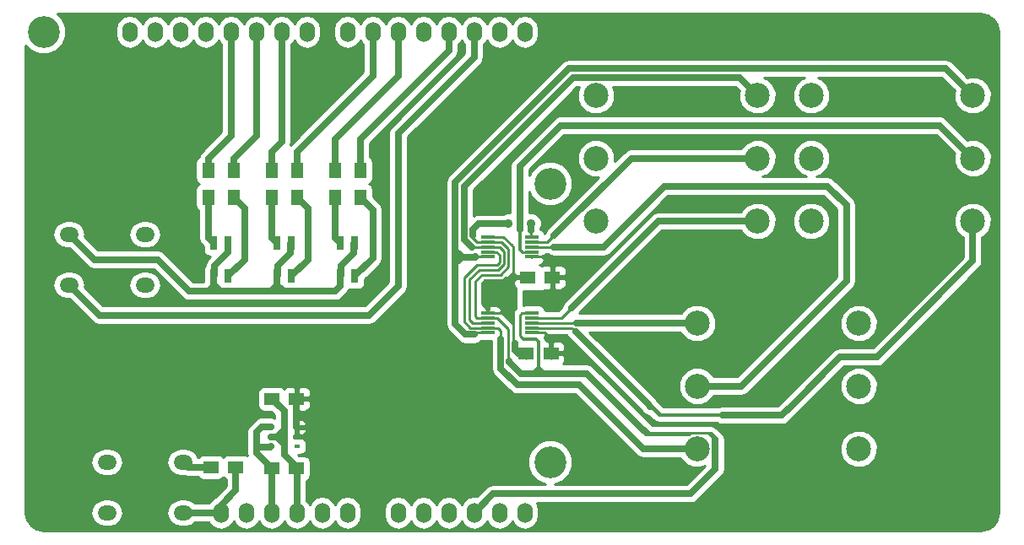
<source format=gtl>
G04 #@! TF.FileFunction,Copper,L1,Top,Signal*
%FSLAX46Y46*%
G04 Gerber Fmt 4.6, Leading zero omitted, Abs format (unit mm)*
G04 Created by KiCad (PCBNEW 0.201510170916+6271~30~ubuntu14.04.1-product) date Tue 27 Oct 2015 03:36:54 PM CET*
%MOMM*%
G01*
G04 APERTURE LIST*
%ADD10C,0.100000*%
%ADD11R,1.500000X1.250000*%
%ADD12C,2.500000*%
%ADD13R,1.300000X1.500000*%
%ADD14O,1.900000X1.500000*%
%ADD15R,0.600000X0.400000*%
%ADD16C,3.200400*%
%ADD17O,1.524000X2.032000*%
%ADD18R,0.750000X1.400000*%
%ADD19R,1.450000X0.300000*%
%ADD20C,0.889000*%
%ADD21C,0.635000*%
%ADD22C,0.228600*%
%ADD23C,0.250000*%
%ADD24C,0.304800*%
%ADD25C,0.254000*%
G04 APERTURE END LIST*
D10*
D11*
X127234000Y-104648000D03*
X124734000Y-104648000D03*
X133330000Y-104775000D03*
X130830000Y-104775000D03*
X130830000Y-97790000D03*
X133330000Y-97790000D03*
X156484000Y-85598000D03*
X158984000Y-85598000D03*
X156357000Y-93218000D03*
X158857000Y-93218000D03*
D12*
X173510000Y-102820000D03*
X173510000Y-96520000D03*
X173510000Y-90220000D03*
X189710000Y-102820000D03*
X189710000Y-96520000D03*
X189710000Y-90220000D03*
X179550000Y-67360000D03*
X179550000Y-73660000D03*
X179550000Y-79960000D03*
X163350000Y-67360000D03*
X163350000Y-73660000D03*
X163350000Y-79960000D03*
X201140000Y-67360000D03*
X201140000Y-73660000D03*
X201140000Y-79960000D03*
X184940000Y-67360000D03*
X184940000Y-73660000D03*
X184940000Y-79960000D03*
D13*
X139700000Y-74850000D03*
X139700000Y-77550000D03*
X137160000Y-74850000D03*
X137160000Y-77550000D03*
X133350000Y-74850000D03*
X133350000Y-77550000D03*
X130810000Y-74850000D03*
X130810000Y-77550000D03*
X127000000Y-74850000D03*
X127000000Y-77550000D03*
X124460000Y-74850000D03*
X124460000Y-77550000D03*
D14*
X110490000Y-86360000D03*
X110490000Y-81280000D03*
X118110000Y-86360000D03*
X118110000Y-81280000D03*
X121920000Y-104140000D03*
X121920000Y-109220000D03*
X114300000Y-104140000D03*
X114300000Y-109220000D03*
D15*
X130780000Y-100650000D03*
X130780000Y-101600000D03*
X130780000Y-102550000D03*
X133380000Y-102550000D03*
X133380000Y-100650000D03*
D16*
X158750000Y-104140000D03*
X158750000Y-76200000D03*
X107950000Y-60960000D03*
D17*
X130810000Y-109220000D03*
X128270000Y-109220000D03*
X125730000Y-109220000D03*
X133350000Y-109220000D03*
X135890000Y-109220000D03*
X138430000Y-109220000D03*
X151130000Y-109220000D03*
X148590000Y-109220000D03*
X153670000Y-109220000D03*
X156210000Y-109220000D03*
X146050000Y-109220000D03*
X143510000Y-109220000D03*
X148590000Y-60960000D03*
X146050000Y-60960000D03*
X151130000Y-60960000D03*
X153670000Y-60960000D03*
X156210000Y-60960000D03*
X143510000Y-60960000D03*
X140970000Y-60960000D03*
X138430000Y-60960000D03*
X126746000Y-60960000D03*
X124206000Y-60960000D03*
X121666000Y-60960000D03*
X119126000Y-60960000D03*
X116586000Y-60960000D03*
X129286000Y-60960000D03*
X131826000Y-60960000D03*
X134366000Y-60960000D03*
D18*
X137705000Y-85470000D03*
X137705000Y-82170000D03*
X139155000Y-82170000D03*
X139155000Y-85470000D03*
X131355000Y-85470000D03*
X131355000Y-82170000D03*
X132805000Y-82170000D03*
X132805000Y-85470000D03*
X125005000Y-85470000D03*
X125005000Y-82170000D03*
X126455000Y-82170000D03*
X126455000Y-85470000D03*
D19*
X156886000Y-83550000D03*
X156886000Y-83050000D03*
X156886000Y-82550000D03*
X156886000Y-82050000D03*
X156886000Y-81550000D03*
X152486000Y-81550000D03*
X152486000Y-82050000D03*
X152486000Y-82550000D03*
X152486000Y-83050000D03*
X152486000Y-83550000D03*
X156886000Y-91170000D03*
X156886000Y-90670000D03*
X156886000Y-90170000D03*
X156886000Y-89670000D03*
X156886000Y-89170000D03*
X152486000Y-89170000D03*
X152486000Y-89670000D03*
X152486000Y-90170000D03*
X152486000Y-90670000D03*
X152486000Y-91170000D03*
D20*
X152781000Y-87122000D03*
X154559000Y-80200500D03*
X156845000Y-80200500D03*
D21*
X121920000Y-109220000D02*
X125730000Y-109220000D01*
X125730000Y-109220000D02*
X125730000Y-108458000D01*
X125730000Y-108458000D02*
X127234000Y-106954000D01*
X127234000Y-106954000D02*
X127234000Y-104648000D01*
X155232102Y-92202000D02*
X155232102Y-92710000D01*
X155232102Y-92875102D02*
X155232102Y-92710000D01*
X155232102Y-92875102D02*
X155511500Y-93154500D01*
D22*
X152781000Y-87122000D02*
X154051000Y-85852000D01*
X152486000Y-88859000D02*
X152486000Y-87417000D01*
X152486000Y-87417000D02*
X152781000Y-87122000D01*
X152486000Y-89170000D02*
X152486000Y-88859000D01*
X152222202Y-85852000D02*
X154051000Y-85852000D01*
X152486000Y-88859000D02*
X151892000Y-88265000D01*
X151892000Y-88265000D02*
X151892000Y-86182202D01*
X151892000Y-86182202D02*
X152222202Y-85852000D01*
X155067000Y-90551000D02*
X155067000Y-90297000D01*
X155575000Y-93218000D02*
X155511500Y-93154500D01*
X155511500Y-93154500D02*
X155067000Y-92710000D01*
X155067000Y-92710000D02*
X155067000Y-92202000D01*
X155067000Y-92202000D02*
X155067000Y-90551000D01*
D21*
X156357000Y-93218000D02*
X155575000Y-93218000D01*
D22*
X155067000Y-90297000D02*
X153940000Y-89170000D01*
X154305000Y-85598000D02*
X156484000Y-85598000D01*
X154051000Y-85852000D02*
X154305000Y-85598000D01*
X154686000Y-87122000D02*
X155067000Y-87503000D01*
X155067000Y-86741000D02*
X154686000Y-87122000D01*
X154686000Y-87122000D02*
X154813000Y-87122000D01*
X155067000Y-87122000D02*
X154813000Y-87122000D01*
X154813000Y-87122000D02*
X152781000Y-87122000D01*
X155067000Y-90297000D02*
X155067000Y-89408000D01*
X155448000Y-85598000D02*
X155067000Y-85979000D01*
X155067000Y-85979000D02*
X155067000Y-85852000D01*
X155067000Y-85217000D02*
X155448000Y-85598000D01*
X155448000Y-85598000D02*
X155321000Y-85598000D01*
X156484000Y-85598000D02*
X155321000Y-85598000D01*
X155321000Y-85598000D02*
X155067000Y-85598000D01*
X154813000Y-89154000D02*
X155067000Y-89408000D01*
X155067000Y-88773000D02*
X155067000Y-88900000D01*
X155067000Y-88900000D02*
X154813000Y-89154000D01*
X154813000Y-89154000D02*
X154797000Y-89170000D01*
X152486000Y-89170000D02*
X153940000Y-89170000D01*
X153940000Y-89170000D02*
X154797000Y-89170000D01*
X154797000Y-89170000D02*
X155067000Y-89170000D01*
X155067000Y-89170000D02*
X155067000Y-89154000D01*
X155067000Y-89408000D02*
X155067000Y-89154000D01*
X155067000Y-89154000D02*
X155067000Y-88773000D01*
X155067000Y-88773000D02*
X155067000Y-87503000D01*
X155067000Y-87503000D02*
X155067000Y-87122000D01*
X155067000Y-87122000D02*
X155067000Y-86995000D01*
X155067000Y-86233000D02*
X155067000Y-86741000D01*
X155067000Y-86741000D02*
X155067000Y-86995000D01*
X155067000Y-86233000D02*
X155067000Y-85852000D01*
X155067000Y-86995000D02*
X155067000Y-86868000D01*
X155067000Y-86868000D02*
X155067000Y-86995000D01*
X155067000Y-85852000D02*
X155067000Y-85598000D01*
X155067000Y-85598000D02*
X155067000Y-85217000D01*
X155067000Y-85217000D02*
X155067000Y-85110000D01*
X155067000Y-82550000D02*
X155067000Y-85110000D01*
X154940000Y-82423000D02*
X155067000Y-82550000D01*
X154051000Y-81534000D02*
X154940000Y-82423000D01*
X152502000Y-81534000D02*
X154051000Y-81534000D01*
X153186000Y-89170000D02*
X152486000Y-89170000D01*
X152486000Y-81550000D02*
X152502000Y-81534000D01*
D21*
X131318000Y-101600000D02*
X132080000Y-100838000D01*
X132080000Y-100838000D02*
X132080000Y-101092000D01*
X131953000Y-102235000D02*
X132080000Y-102108000D01*
X132080000Y-102108000D02*
X132080000Y-101092000D01*
X132080000Y-99040000D02*
X130830000Y-97790000D01*
X132080000Y-101092000D02*
X132080000Y-99040000D01*
X131572000Y-101854000D02*
X131318000Y-101600000D01*
X131318000Y-101600000D02*
X130780000Y-101600000D01*
X131572000Y-101854000D02*
X131953000Y-102235000D01*
X131953000Y-102235000D02*
X132080000Y-102362000D01*
X132080000Y-103378000D02*
X133330000Y-104628000D01*
X132080000Y-102362000D02*
X132080000Y-103378000D01*
X133330000Y-104628000D02*
X133330000Y-104775000D01*
X133350000Y-109220000D02*
X133350000Y-104795000D01*
X133350000Y-104795000D02*
X133330000Y-104775000D01*
X124734000Y-104648000D02*
X122428000Y-104648000D01*
X122428000Y-104648000D02*
X121920000Y-104140000D01*
X125050000Y-86405000D02*
X124460000Y-86995000D01*
X125005000Y-86360000D02*
X125050000Y-86405000D01*
X125050000Y-86405000D02*
X125640000Y-86995000D01*
X125640000Y-86995000D02*
X125730000Y-86995000D01*
X131355000Y-86360000D02*
X131990000Y-86995000D01*
X131990000Y-86995000D02*
X132080000Y-86995000D01*
X131355000Y-86360000D02*
X130720000Y-86995000D01*
X130720000Y-86995000D02*
X130810000Y-86995000D01*
X137160000Y-86995000D02*
X137705000Y-86450000D01*
X137160000Y-86995000D02*
X132080000Y-86995000D01*
X137705000Y-86450000D02*
X137705000Y-85470000D01*
X131355000Y-85470000D02*
X131355000Y-86360000D01*
X131355000Y-86360000D02*
X131355000Y-86995000D01*
X131355000Y-86995000D02*
X131445000Y-86995000D01*
X125005000Y-85470000D02*
X125005000Y-86360000D01*
X125005000Y-86360000D02*
X125005000Y-86995000D01*
X125005000Y-86995000D02*
X125095000Y-86995000D01*
X132080000Y-86995000D02*
X131445000Y-86995000D01*
X131445000Y-86995000D02*
X130810000Y-86995000D01*
X130810000Y-86995000D02*
X125730000Y-86995000D01*
X125730000Y-86995000D02*
X125095000Y-86995000D01*
X113030000Y-83820000D02*
X110490000Y-81280000D01*
X119380000Y-83820000D02*
X113030000Y-83820000D01*
X122555000Y-86995000D02*
X119380000Y-83820000D01*
X124460000Y-86995000D02*
X122555000Y-86995000D01*
X125095000Y-86995000D02*
X124460000Y-86995000D01*
X137705000Y-85470000D02*
X137795000Y-85380000D01*
X137795000Y-85380000D02*
X137795000Y-84455000D01*
X137795000Y-84455000D02*
X139065000Y-83185000D01*
X139065000Y-83185000D02*
X139065000Y-82260000D01*
X139065000Y-82260000D02*
X139155000Y-82170000D01*
X131355000Y-85470000D02*
X131445000Y-85380000D01*
X131445000Y-85380000D02*
X131445000Y-84455000D01*
X131445000Y-84455000D02*
X132715000Y-83185000D01*
X132715000Y-83185000D02*
X132715000Y-82260000D01*
X132715000Y-82260000D02*
X132805000Y-82170000D01*
X125005000Y-85470000D02*
X125095000Y-85380000D01*
X125095000Y-85380000D02*
X125095000Y-84455000D01*
X125095000Y-84455000D02*
X126365000Y-83185000D01*
X126365000Y-83185000D02*
X126455000Y-83095000D01*
X126455000Y-83095000D02*
X126455000Y-82170000D01*
D23*
X126365000Y-83185000D02*
X126365000Y-82260000D01*
X126365000Y-82260000D02*
X126455000Y-82170000D01*
D22*
X156357000Y-93726000D02*
X156357000Y-93238000D01*
D21*
X130780000Y-102550000D02*
X130714000Y-102616000D01*
X130714000Y-102616000D02*
X129286000Y-102616000D01*
X130780000Y-100650000D02*
X130714000Y-100584000D01*
X130714000Y-100584000D02*
X129794000Y-100584000D01*
X129794000Y-100584000D02*
X129286000Y-101092000D01*
X129286000Y-101092000D02*
X129286000Y-102616000D01*
X129286000Y-102616000D02*
X129286000Y-103231000D01*
X129286000Y-103231000D02*
X130830000Y-104775000D01*
X130810000Y-109220000D02*
X130810000Y-104795000D01*
X130810000Y-104795000D02*
X130830000Y-104775000D01*
X130810000Y-104795000D02*
X130830000Y-104775000D01*
D24*
X157988000Y-83550000D02*
X157988000Y-83566000D01*
X158984000Y-84562000D02*
X158984000Y-85598000D01*
X157988000Y-83566000D02*
X158984000Y-84562000D01*
D22*
X157988000Y-83550000D02*
X156886000Y-83550000D01*
X158857000Y-93726000D02*
X158857000Y-91801000D01*
X158857000Y-91801000D02*
X158226000Y-91170000D01*
X158226000Y-91170000D02*
X156886000Y-91170000D01*
X156886000Y-83550000D02*
X156845000Y-83591000D01*
D21*
X133380000Y-100650000D02*
X133330000Y-100600000D01*
X133330000Y-100600000D02*
X133330000Y-97790000D01*
X173510000Y-102820000D02*
X168098000Y-102820000D01*
D22*
X153543000Y-90670000D02*
X153797000Y-90924000D01*
X153797000Y-90924000D02*
X153797000Y-91821000D01*
X153543000Y-90670000D02*
X152486000Y-90670000D01*
D21*
X153797000Y-94742000D02*
X153797000Y-91821000D01*
X155448000Y-96393000D02*
X153797000Y-94742000D01*
X161671000Y-96393000D02*
X155448000Y-96393000D01*
X168098000Y-102820000D02*
X161671000Y-96393000D01*
D22*
X151376000Y-90670000D02*
X150741000Y-90670000D01*
X150114000Y-90043000D02*
X150114000Y-89408000D01*
X150741000Y-90670000D02*
X150114000Y-90043000D01*
X153670000Y-83312000D02*
X153408000Y-83050000D01*
X153416000Y-83058000D02*
X153416000Y-83050000D01*
X153408000Y-83050000D02*
X153416000Y-83058000D01*
X153670000Y-84074000D02*
X153670000Y-83312000D01*
X152486000Y-83050000D02*
X153416000Y-83050000D01*
X150114000Y-89408000D02*
X150114000Y-85598000D01*
X150114000Y-85598000D02*
X151384000Y-84328000D01*
X151384000Y-84328000D02*
X153416000Y-84328000D01*
X153416000Y-84328000D02*
X153670000Y-84074000D01*
X151376000Y-90670000D02*
X152486000Y-90670000D01*
D21*
X164084000Y-82550000D02*
X159131000Y-82550000D01*
X184785000Y-76454000D02*
X186563000Y-76454000D01*
X164084000Y-82550000D02*
X168910000Y-77724000D01*
X177927000Y-96520000D02*
X173510000Y-96520000D01*
D22*
X156886000Y-82550000D02*
X159131000Y-82550000D01*
D21*
X184785000Y-76454000D02*
X170180000Y-76454000D01*
X170180000Y-76454000D02*
X168910000Y-77724000D01*
X186563000Y-76454000D02*
X188468000Y-78359000D01*
X188468000Y-78359000D02*
X188468000Y-85979000D01*
X188468000Y-85979000D02*
X177927000Y-96520000D01*
X173510000Y-90220000D02*
X173460000Y-90170000D01*
X173460000Y-90170000D02*
X161417000Y-90170000D01*
D22*
X156886000Y-90170000D02*
X161417000Y-90170000D01*
X161417000Y-90170000D02*
X173460000Y-90170000D01*
X173460000Y-90170000D02*
X173510000Y-90220000D01*
D21*
X157480000Y-69088000D02*
X161036000Y-65532000D01*
X177722000Y-65532000D02*
X179550000Y-67360000D01*
X161036000Y-65532000D02*
X177722000Y-65532000D01*
X157480000Y-69088000D02*
X156464000Y-70104000D01*
X150876000Y-82550000D02*
X150114000Y-81788000D01*
X155194000Y-71374000D02*
X156464000Y-70104000D01*
D22*
X152486000Y-82550000D02*
X150876000Y-82550000D01*
D21*
X150114000Y-76454000D02*
X155194000Y-71374000D01*
X150114000Y-81788000D02*
X150114000Y-76454000D01*
D22*
X151522582Y-90170000D02*
X151003000Y-90170000D01*
X150691291Y-89858291D02*
X150691291Y-89338709D01*
X151003000Y-90170000D02*
X150691291Y-89858291D01*
X152486000Y-90170000D02*
X151522582Y-90170000D01*
X153670000Y-82550000D02*
X152486000Y-82550000D01*
X150691291Y-89338709D02*
X150691291Y-85782709D01*
X150691291Y-85782709D02*
X151638000Y-84836000D01*
X151638000Y-84836000D02*
X153554582Y-84836000D01*
X153554582Y-84836000D02*
X154127202Y-84263380D01*
X154127202Y-84263380D02*
X154127202Y-83007202D01*
X154127202Y-83007202D02*
X153670000Y-82550000D01*
D21*
X166878000Y-73660000D02*
X159131000Y-81407000D01*
D22*
X157980000Y-82050000D02*
X158488000Y-82050000D01*
X158488000Y-82050000D02*
X159131000Y-81407000D01*
X156886000Y-82050000D02*
X157980000Y-82050000D01*
D21*
X166878000Y-73660000D02*
X179550000Y-73660000D01*
X169549000Y-80014000D02*
X160917000Y-88646000D01*
D22*
X159893000Y-89670000D02*
X160917000Y-88646000D01*
X156886000Y-89670000D02*
X159893000Y-89670000D01*
X169549000Y-80014000D02*
X169603000Y-79960000D01*
D21*
X169603000Y-79960000D02*
X179550000Y-79960000D01*
X150114000Y-91186000D02*
X150271102Y-91343102D01*
X149225000Y-90297000D02*
X150114000Y-91186000D01*
X149225000Y-84201000D02*
X149225000Y-90297000D01*
X150271102Y-91343102D02*
X151130000Y-91343102D01*
X149225000Y-84201000D02*
X149860000Y-83566000D01*
X149860000Y-83566000D02*
X149860000Y-83550000D01*
X149225000Y-83566000D02*
X151257000Y-83566000D01*
X151257000Y-83566000D02*
X151257000Y-83550000D01*
X149225000Y-82915000D02*
X149225000Y-83566000D01*
X149225000Y-83566000D02*
X149225000Y-84201000D01*
X201140000Y-67360000D02*
X198423000Y-64643000D01*
X149225000Y-82915000D02*
X149860000Y-83550000D01*
X149225000Y-76073000D02*
X149225000Y-82915000D01*
X160655000Y-64643000D02*
X149225000Y-76073000D01*
X198423000Y-64643000D02*
X160655000Y-64643000D01*
D22*
X150368000Y-83550000D02*
X149860000Y-83550000D01*
X150368000Y-83550000D02*
X151257000Y-83550000D01*
X151257000Y-83550000D02*
X152486000Y-83550000D01*
X151257000Y-91170000D02*
X150352000Y-91170000D01*
X152486000Y-91170000D02*
X151257000Y-91170000D01*
X149860000Y-83566000D02*
X149606000Y-83312000D01*
X149860000Y-83550000D02*
X149606000Y-83550000D01*
X149606000Y-83566000D02*
X149606000Y-83312000D01*
X149606000Y-83550000D02*
X149606000Y-83566000D01*
X149860000Y-83566000D02*
X149860000Y-83550000D01*
D24*
X155702000Y-80772000D02*
X155702000Y-82796000D01*
D21*
X155702000Y-80772000D02*
X155702000Y-74549000D01*
D22*
X155956000Y-83050000D02*
X155702000Y-82796000D01*
X156886000Y-83050000D02*
X155956000Y-83050000D01*
D21*
X158750000Y-71374000D02*
X159766000Y-70358000D01*
X197838000Y-70358000D02*
X201140000Y-73660000D01*
X159766000Y-70358000D02*
X197838000Y-70358000D01*
D22*
X155702000Y-74422000D02*
X155702000Y-74549000D01*
X155702000Y-74549000D02*
X155702000Y-74422000D01*
D21*
X155702000Y-74422000D02*
X158750000Y-71374000D01*
D22*
X169799000Y-99314000D02*
X169037000Y-98552000D01*
X169037000Y-98552000D02*
X168783000Y-98552000D01*
X169672000Y-99441000D02*
X169799000Y-99314000D01*
X176022000Y-99314000D02*
X176022000Y-99441000D01*
X169799000Y-99314000D02*
X176022000Y-99314000D01*
X169672000Y-99441000D02*
X168783000Y-98552000D01*
X159766000Y-90678000D02*
X158242000Y-90678000D01*
D21*
X161290000Y-91059000D02*
X168592500Y-98361500D01*
D22*
X158242000Y-90678000D02*
X158234000Y-90670000D01*
X158234000Y-90670000D02*
X156886000Y-90670000D01*
D21*
X168783000Y-98552000D02*
X168592500Y-98361500D01*
D22*
X160909000Y-90678000D02*
X159766000Y-90678000D01*
X161290000Y-91059000D02*
X160909000Y-90678000D01*
X176276000Y-99441000D02*
X169672000Y-99441000D01*
D21*
X182245000Y-99187000D02*
X181991000Y-99441000D01*
X181991000Y-99441000D02*
X176022000Y-99441000D01*
X176022000Y-99441000D02*
X176276000Y-99441000D01*
D22*
X181991000Y-99441000D02*
X177038000Y-99441000D01*
X177038000Y-99441000D02*
X176657000Y-99441000D01*
X176276000Y-99441000D02*
X176657000Y-99441000D01*
D21*
X182880000Y-98552000D02*
X187833000Y-93599000D01*
X187833000Y-93599000D02*
X191516000Y-93599000D01*
X191516000Y-93599000D02*
X201140000Y-83975000D01*
X201140000Y-79960000D02*
X201140000Y-83975000D01*
D22*
X176657000Y-99441000D02*
X181991000Y-99441000D01*
D21*
X182245000Y-99187000D02*
X182880000Y-98552000D01*
X139700000Y-74850000D02*
X139700000Y-71755000D01*
X148590000Y-62865000D02*
X148590000Y-60960000D01*
X139700000Y-71755000D02*
X148590000Y-62865000D01*
X139155000Y-85470000D02*
X140970000Y-83655000D01*
X140970000Y-78820000D02*
X139700000Y-77550000D01*
X140970000Y-83655000D02*
X140970000Y-78820000D01*
X137160000Y-74850000D02*
X137160000Y-71755000D01*
X143510000Y-65405000D02*
X143510000Y-60960000D01*
X137160000Y-71755000D02*
X143510000Y-65405000D01*
X137705000Y-82170000D02*
X137160000Y-81625000D01*
X137160000Y-81625000D02*
X137160000Y-77550000D01*
X133350000Y-74850000D02*
X133350000Y-73025000D01*
X140970000Y-65405000D02*
X140970000Y-60960000D01*
X133350000Y-73025000D02*
X140970000Y-65405000D01*
X132805000Y-85470000D02*
X134455000Y-83820000D01*
X134455000Y-78655000D02*
X133350000Y-77550000D01*
X134455000Y-83820000D02*
X134455000Y-78655000D01*
X130810000Y-74850000D02*
X130810000Y-73025000D01*
X131826000Y-72009000D02*
X131826000Y-60960000D01*
X130810000Y-73025000D02*
X131826000Y-72009000D01*
X132080000Y-61214000D02*
X131826000Y-60960000D01*
X131355000Y-82170000D02*
X130810000Y-81625000D01*
X130810000Y-81625000D02*
X130810000Y-77550000D01*
X127000000Y-74850000D02*
X127000000Y-73660000D01*
X129286000Y-71374000D02*
X129286000Y-60960000D01*
X127000000Y-73660000D02*
X129286000Y-71374000D01*
X126455000Y-85470000D02*
X128105000Y-83820000D01*
X128105000Y-78655000D02*
X127000000Y-77550000D01*
X128105000Y-83820000D02*
X128105000Y-78655000D01*
X124460000Y-74850000D02*
X124460000Y-73660000D01*
X126746000Y-71374000D02*
X126746000Y-60960000D01*
X124460000Y-73660000D02*
X126746000Y-71374000D01*
X125005000Y-82170000D02*
X124460000Y-81625000D01*
X124460000Y-81625000D02*
X124460000Y-77550000D01*
X140589000Y-89408000D02*
X143510000Y-86487000D01*
X143510000Y-86487000D02*
X143510000Y-71120000D01*
X110490000Y-86360000D02*
X113538000Y-89408000D01*
X113538000Y-89408000D02*
X140589000Y-89408000D01*
X151130000Y-60960000D02*
X151130000Y-63500000D01*
X143510000Y-71120000D02*
X151130000Y-63500000D01*
D24*
X157607000Y-94615000D02*
X157111698Y-95110302D01*
X157111698Y-95110302D02*
X157111698Y-95250000D01*
X157607000Y-94615000D02*
X158115000Y-95123000D01*
X158115000Y-95123000D02*
X158115000Y-95250000D01*
X157607000Y-94488000D02*
X157607000Y-94615000D01*
X157607000Y-94615000D02*
X157607000Y-95250000D01*
X157607000Y-95250000D02*
X157670500Y-95250000D01*
X157607000Y-94488000D02*
X157607000Y-92075000D01*
X157607000Y-92075000D02*
X157353000Y-91821000D01*
X157353000Y-91821000D02*
X156083000Y-91821000D01*
D22*
X174625000Y-101219000D02*
X174879000Y-101219000D01*
X174879000Y-101219000D02*
X175260000Y-101600000D01*
X168402000Y-101219000D02*
X168529000Y-101346000D01*
X168529000Y-101346000D02*
X172720000Y-101346000D01*
D21*
X150990302Y-80784698D02*
X151003000Y-80797396D01*
X151003000Y-80797396D02*
X151003000Y-81407000D01*
X151130000Y-80645000D02*
X150990302Y-80784698D01*
X151574500Y-80200500D02*
X150990302Y-80784698D01*
X151892000Y-80200500D02*
X151574500Y-80200500D01*
X154559000Y-80200500D02*
X151892000Y-80200500D01*
D22*
X156845000Y-80899000D02*
X156845000Y-81509000D01*
D21*
X156845000Y-80200500D02*
X156845000Y-80899000D01*
D22*
X151392000Y-82050000D02*
X151320500Y-81978500D01*
X151130000Y-80645000D02*
X150876000Y-80899000D01*
X150876000Y-80899000D02*
X150876000Y-81534000D01*
X150876000Y-81534000D02*
X151320500Y-81978500D01*
X152486000Y-82050000D02*
X151392000Y-82050000D01*
D21*
X157670500Y-95250000D02*
X157111698Y-95250000D01*
X157111698Y-95250000D02*
X158115000Y-95250000D01*
X157734000Y-95250000D02*
X157670500Y-95250000D01*
X157099000Y-95250000D02*
X155803604Y-95250000D01*
X154673302Y-94119698D02*
X154673302Y-94005396D01*
X155803604Y-95250000D02*
X154673302Y-94119698D01*
D22*
X168402000Y-101219000D02*
X172339000Y-101219000D01*
D21*
X168402000Y-101219000D02*
X167767000Y-100584000D01*
X162433000Y-95250000D02*
X167767000Y-100584000D01*
X158115000Y-95250000D02*
X162433000Y-95250000D01*
X153035000Y-107315000D02*
X151130000Y-109220000D01*
X175323500Y-104838500D02*
X172847000Y-107315000D01*
D22*
X175323500Y-101917500D02*
X174625000Y-101219000D01*
X174625000Y-101219000D02*
X172339000Y-101219000D01*
D21*
X175323500Y-104838500D02*
X175323500Y-101917500D01*
X153035000Y-107315000D02*
X172847000Y-107315000D01*
D22*
X157353000Y-91821000D02*
X156083000Y-91821000D01*
X157607000Y-92075000D02*
X157353000Y-91821000D01*
X152486000Y-89670000D02*
X153424000Y-89670000D01*
X153424000Y-89670000D02*
X154559000Y-90805000D01*
X154559000Y-90805000D02*
X154559000Y-94234000D01*
X157480000Y-94869000D02*
X157480000Y-95123000D01*
X157607000Y-94742000D02*
X157607000Y-94488000D01*
X157480000Y-94869000D02*
X157607000Y-94742000D01*
X157099000Y-95250000D02*
X157480000Y-94869000D01*
X156083000Y-91821000D02*
X155702000Y-91440000D01*
X156886000Y-81550000D02*
X156845000Y-81509000D01*
X154584404Y-82778596D02*
X153855808Y-82050000D01*
X153797000Y-85344000D02*
X154584404Y-84556596D01*
X151892000Y-85344000D02*
X153797000Y-85344000D01*
X151257000Y-85979000D02*
X151892000Y-85344000D01*
X151257000Y-89535000D02*
X151257000Y-85979000D01*
X151392000Y-89670000D02*
X151257000Y-89535000D01*
X152486000Y-89670000D02*
X151392000Y-89670000D01*
X153797000Y-82050000D02*
X152486000Y-82050000D01*
X154584404Y-82778596D02*
X154584404Y-84556596D01*
X153855808Y-82050000D02*
X153805000Y-82050000D01*
X153805000Y-82050000D02*
X153797000Y-82042000D01*
X153797000Y-82042000D02*
X153797000Y-82050000D01*
X155702000Y-89408000D02*
X155940000Y-89170000D01*
X155940000Y-89170000D02*
X156886000Y-89170000D01*
X155702000Y-91440000D02*
X155702000Y-89408000D01*
X157099000Y-95250000D02*
X157734000Y-95250000D01*
X157734000Y-95250000D02*
X157861000Y-95250000D01*
X157861000Y-95250000D02*
X158115000Y-95250000D01*
D25*
G36*
X202652426Y-59315156D02*
X203220362Y-59694639D01*
X203599844Y-60262574D01*
X203747500Y-61004890D01*
X203747500Y-109200110D01*
X203599844Y-109942426D01*
X203220362Y-110510361D01*
X202652426Y-110889844D01*
X201910110Y-111037500D01*
X107994890Y-111037500D01*
X107252574Y-110889844D01*
X106684639Y-110510362D01*
X106305156Y-109942426D01*
X106161457Y-109220000D01*
X112683948Y-109220000D01*
X112789375Y-109750017D01*
X113089605Y-110199343D01*
X113538931Y-110499573D01*
X114068948Y-110605000D01*
X114531052Y-110605000D01*
X115061069Y-110499573D01*
X115510395Y-110199343D01*
X115810625Y-109750017D01*
X115916052Y-109220000D01*
X115810625Y-108689983D01*
X115510395Y-108240657D01*
X115061069Y-107940427D01*
X114531052Y-107835000D01*
X114068948Y-107835000D01*
X113538931Y-107940427D01*
X113089605Y-108240657D01*
X112789375Y-108689983D01*
X112683948Y-109220000D01*
X106161457Y-109220000D01*
X106157500Y-109200110D01*
X106157500Y-104140000D01*
X112683948Y-104140000D01*
X112789375Y-104670017D01*
X113089605Y-105119343D01*
X113538931Y-105419573D01*
X114068948Y-105525000D01*
X114531052Y-105525000D01*
X115061069Y-105419573D01*
X115510395Y-105119343D01*
X115810625Y-104670017D01*
X115916052Y-104140000D01*
X120303948Y-104140000D01*
X120409375Y-104670017D01*
X120709605Y-105119343D01*
X121158931Y-105419573D01*
X121688948Y-105525000D01*
X122059012Y-105525000D01*
X122063494Y-105527995D01*
X122428000Y-105600500D01*
X123440156Y-105600500D01*
X123519910Y-105724441D01*
X123732110Y-105869431D01*
X123984000Y-105920440D01*
X125484000Y-105920440D01*
X125719317Y-105876162D01*
X125935441Y-105737090D01*
X125983134Y-105667289D01*
X126019910Y-105724441D01*
X126232110Y-105869431D01*
X126281500Y-105879433D01*
X126281500Y-106559462D01*
X125198607Y-107642355D01*
X125195391Y-107642995D01*
X124742172Y-107945827D01*
X124527236Y-108267500D01*
X123148331Y-108267500D01*
X123130395Y-108240657D01*
X122681069Y-107940427D01*
X122151052Y-107835000D01*
X121688948Y-107835000D01*
X121158931Y-107940427D01*
X120709605Y-108240657D01*
X120409375Y-108689983D01*
X120303948Y-109220000D01*
X120409375Y-109750017D01*
X120709605Y-110199343D01*
X121158931Y-110499573D01*
X121688948Y-110605000D01*
X122151052Y-110605000D01*
X122681069Y-110499573D01*
X123130395Y-110199343D01*
X123148331Y-110172500D01*
X124527236Y-110172500D01*
X124742172Y-110494173D01*
X125195391Y-110797005D01*
X125730000Y-110903345D01*
X126264609Y-110797005D01*
X126717828Y-110494173D01*
X127000000Y-110071874D01*
X127282172Y-110494173D01*
X127735391Y-110797005D01*
X128270000Y-110903345D01*
X128804609Y-110797005D01*
X129257828Y-110494173D01*
X129540000Y-110071874D01*
X129822172Y-110494173D01*
X130275391Y-110797005D01*
X130810000Y-110903345D01*
X131344609Y-110797005D01*
X131797828Y-110494173D01*
X132080000Y-110071874D01*
X132362172Y-110494173D01*
X132815391Y-110797005D01*
X133350000Y-110903345D01*
X133884609Y-110797005D01*
X134337828Y-110494173D01*
X134620000Y-110071874D01*
X134902172Y-110494173D01*
X135355391Y-110797005D01*
X135890000Y-110903345D01*
X136424609Y-110797005D01*
X136877828Y-110494173D01*
X137160000Y-110071874D01*
X137442172Y-110494173D01*
X137895391Y-110797005D01*
X138430000Y-110903345D01*
X138964609Y-110797005D01*
X139417828Y-110494173D01*
X139720660Y-110040954D01*
X139827000Y-109506345D01*
X139827000Y-108933655D01*
X142113000Y-108933655D01*
X142113000Y-109506345D01*
X142219340Y-110040954D01*
X142522172Y-110494173D01*
X142975391Y-110797005D01*
X143510000Y-110903345D01*
X144044609Y-110797005D01*
X144497828Y-110494173D01*
X144780000Y-110071874D01*
X145062172Y-110494173D01*
X145515391Y-110797005D01*
X146050000Y-110903345D01*
X146584609Y-110797005D01*
X147037828Y-110494173D01*
X147320000Y-110071874D01*
X147602172Y-110494173D01*
X148055391Y-110797005D01*
X148590000Y-110903345D01*
X149124609Y-110797005D01*
X149577828Y-110494173D01*
X149860000Y-110071874D01*
X150142172Y-110494173D01*
X150595391Y-110797005D01*
X151130000Y-110903345D01*
X151664609Y-110797005D01*
X152117828Y-110494173D01*
X152400000Y-110071874D01*
X152682172Y-110494173D01*
X153135391Y-110797005D01*
X153670000Y-110903345D01*
X154204609Y-110797005D01*
X154657828Y-110494173D01*
X154940000Y-110071874D01*
X155222172Y-110494173D01*
X155675391Y-110797005D01*
X156210000Y-110903345D01*
X156744609Y-110797005D01*
X157197828Y-110494173D01*
X157500660Y-110040954D01*
X157607000Y-109506345D01*
X157607000Y-108933655D01*
X157500660Y-108399046D01*
X157412764Y-108267500D01*
X172847000Y-108267500D01*
X173211506Y-108194995D01*
X173520519Y-107988519D01*
X175997019Y-105512019D01*
X176203495Y-105203006D01*
X176276000Y-104838500D01*
X176276000Y-103193305D01*
X187824674Y-103193305D01*
X188111043Y-103886372D01*
X188640839Y-104417093D01*
X189333405Y-104704672D01*
X190083305Y-104705326D01*
X190776372Y-104418957D01*
X191307093Y-103889161D01*
X191594672Y-103196595D01*
X191595326Y-102446695D01*
X191308957Y-101753628D01*
X190779161Y-101222907D01*
X190086595Y-100935328D01*
X189336695Y-100934674D01*
X188643628Y-101221043D01*
X188112907Y-101750839D01*
X187825328Y-102443405D01*
X187824674Y-103193305D01*
X176276000Y-103193305D01*
X176276000Y-101917500D01*
X176203495Y-101552994D01*
X175997019Y-101243981D01*
X175832543Y-101134081D01*
X175789835Y-101070165D01*
X175408835Y-100689165D01*
X175165745Y-100526737D01*
X174879000Y-100469700D01*
X168999738Y-100469700D01*
X163106519Y-94576481D01*
X162797506Y-94370005D01*
X162433000Y-94297500D01*
X160050525Y-94297500D01*
X160145327Y-94202699D01*
X160242000Y-93969310D01*
X160242000Y-93503750D01*
X160083250Y-93345000D01*
X158984000Y-93345000D01*
X158984000Y-93365000D01*
X158730000Y-93365000D01*
X158730000Y-93345000D01*
X158710000Y-93345000D01*
X158710000Y-93091000D01*
X158730000Y-93091000D01*
X158730000Y-92116750D01*
X158984000Y-92116750D01*
X158984000Y-93091000D01*
X160083250Y-93091000D01*
X160242000Y-92932250D01*
X160242000Y-92466690D01*
X160145327Y-92233301D01*
X159966698Y-92054673D01*
X159733309Y-91958000D01*
X159142750Y-91958000D01*
X158984000Y-92116750D01*
X158730000Y-92116750D01*
X158571250Y-91958000D01*
X158333027Y-91958000D01*
X158299263Y-91788255D01*
X158178947Y-91608190D01*
X158246000Y-91446309D01*
X158246000Y-91427300D01*
X160412540Y-91427300D01*
X160616481Y-91732519D01*
X167918981Y-99035020D01*
X167918984Y-99035022D01*
X168109481Y-99225519D01*
X168418494Y-99431995D01*
X168649219Y-99477889D01*
X169142165Y-99970835D01*
X169385255Y-100133263D01*
X169672000Y-100190300D01*
X175461895Y-100190300D01*
X175657494Y-100320995D01*
X176022000Y-100393500D01*
X181991000Y-100393500D01*
X182355506Y-100320995D01*
X182664519Y-100114519D01*
X185885733Y-96893305D01*
X187824674Y-96893305D01*
X188111043Y-97586372D01*
X188640839Y-98117093D01*
X189333405Y-98404672D01*
X190083305Y-98405326D01*
X190776372Y-98118957D01*
X191307093Y-97589161D01*
X191594672Y-96896595D01*
X191595326Y-96146695D01*
X191308957Y-95453628D01*
X190779161Y-94922907D01*
X190086595Y-94635328D01*
X189336695Y-94634674D01*
X188643628Y-94921043D01*
X188112907Y-95450839D01*
X187825328Y-96143405D01*
X187824674Y-96893305D01*
X185885733Y-96893305D01*
X188227538Y-94551500D01*
X191516000Y-94551500D01*
X191880506Y-94478995D01*
X192189519Y-94272519D01*
X201813519Y-84648519D01*
X202019995Y-84339506D01*
X202039338Y-84242263D01*
X202092500Y-83975000D01*
X202092500Y-81606008D01*
X202206372Y-81558957D01*
X202737093Y-81029161D01*
X203024672Y-80336595D01*
X203025326Y-79586695D01*
X202738957Y-78893628D01*
X202209161Y-78362907D01*
X201516595Y-78075328D01*
X200766695Y-78074674D01*
X200073628Y-78361043D01*
X199542907Y-78890839D01*
X199255328Y-79583405D01*
X199254674Y-80333305D01*
X199541043Y-81026372D01*
X200070839Y-81557093D01*
X200187500Y-81605535D01*
X200187500Y-83580462D01*
X191121462Y-92646500D01*
X187833000Y-92646500D01*
X187468494Y-92719005D01*
X187159481Y-92925481D01*
X181596462Y-98488500D01*
X176022000Y-98488500D01*
X175657494Y-98561005D01*
X175651964Y-98564700D01*
X170109370Y-98564700D01*
X169566835Y-98022165D01*
X169540984Y-98004892D01*
X169456519Y-97878481D01*
X169266022Y-97687984D01*
X169266020Y-97687981D01*
X162700538Y-91122500D01*
X171843333Y-91122500D01*
X171911043Y-91286372D01*
X172440839Y-91817093D01*
X173133405Y-92104672D01*
X173883305Y-92105326D01*
X174576372Y-91818957D01*
X175107093Y-91289161D01*
X175394672Y-90596595D01*
X175395326Y-89846695D01*
X175108957Y-89153628D01*
X174579161Y-88622907D01*
X173886595Y-88335328D01*
X173136695Y-88334674D01*
X172443628Y-88621043D01*
X171912907Y-89150839D01*
X171885227Y-89217500D01*
X161692538Y-89217500D01*
X169997539Y-80912500D01*
X177903992Y-80912500D01*
X177951043Y-81026372D01*
X178480839Y-81557093D01*
X179173405Y-81844672D01*
X179923305Y-81845326D01*
X180616372Y-81558957D01*
X181147093Y-81029161D01*
X181434672Y-80336595D01*
X181434674Y-80333305D01*
X183054674Y-80333305D01*
X183341043Y-81026372D01*
X183870839Y-81557093D01*
X184563405Y-81844672D01*
X185313305Y-81845326D01*
X186006372Y-81558957D01*
X186537093Y-81029161D01*
X186824672Y-80336595D01*
X186825326Y-79586695D01*
X186538957Y-78893628D01*
X186009161Y-78362907D01*
X185316595Y-78075328D01*
X184566695Y-78074674D01*
X183873628Y-78361043D01*
X183342907Y-78890839D01*
X183055328Y-79583405D01*
X183054674Y-80333305D01*
X181434674Y-80333305D01*
X181435326Y-79586695D01*
X181148957Y-78893628D01*
X180619161Y-78362907D01*
X179926595Y-78075328D01*
X179176695Y-78074674D01*
X178483628Y-78361043D01*
X177952907Y-78890839D01*
X177904465Y-79007500D01*
X169603000Y-79007500D01*
X169238494Y-79080005D01*
X168929481Y-79286481D01*
X168907852Y-79318851D01*
X168875480Y-79340481D01*
X160243481Y-87972481D01*
X160037005Y-88281494D01*
X159991111Y-88512219D01*
X159582630Y-88920700D01*
X158239755Y-88920700D01*
X158214162Y-88784683D01*
X158075090Y-88568559D01*
X157862890Y-88423569D01*
X157611000Y-88372560D01*
X156161000Y-88372560D01*
X156083000Y-88387237D01*
X156083000Y-86995000D01*
X157988000Y-86995000D01*
X158037410Y-86984994D01*
X158079035Y-86956553D01*
X158106315Y-86914159D01*
X158115000Y-86868000D01*
X158115000Y-86858000D01*
X158698250Y-86858000D01*
X158857000Y-86699250D01*
X158857000Y-85725000D01*
X159111000Y-85725000D01*
X159111000Y-86699250D01*
X159269750Y-86858000D01*
X159860309Y-86858000D01*
X160093698Y-86761327D01*
X160272327Y-86582699D01*
X160369000Y-86349310D01*
X160369000Y-85883750D01*
X160210250Y-85725000D01*
X159111000Y-85725000D01*
X158857000Y-85725000D01*
X158837000Y-85725000D01*
X158837000Y-85471000D01*
X158857000Y-85471000D01*
X158857000Y-84496750D01*
X159111000Y-84496750D01*
X159111000Y-85471000D01*
X160210250Y-85471000D01*
X160369000Y-85312250D01*
X160369000Y-84846690D01*
X160272327Y-84613301D01*
X160093698Y-84434673D01*
X159860309Y-84338000D01*
X159269750Y-84338000D01*
X159111000Y-84496750D01*
X158857000Y-84496750D01*
X158698250Y-84338000D01*
X158107691Y-84338000D01*
X157906999Y-84421130D01*
X157648611Y-84335000D01*
X157737310Y-84335000D01*
X157970699Y-84238327D01*
X158149327Y-84059698D01*
X158246000Y-83826309D01*
X158246000Y-83783750D01*
X158088379Y-83626129D01*
X158207431Y-83451890D01*
X158232080Y-83330170D01*
X158246000Y-83316250D01*
X158246000Y-83299300D01*
X158570895Y-83299300D01*
X158766494Y-83429995D01*
X159131000Y-83502500D01*
X164084000Y-83502500D01*
X164448506Y-83429995D01*
X164757519Y-83223519D01*
X170574538Y-77406500D01*
X186168462Y-77406500D01*
X187515500Y-78753538D01*
X187515500Y-85584462D01*
X177532462Y-95567500D01*
X175156008Y-95567500D01*
X175108957Y-95453628D01*
X174579161Y-94922907D01*
X173886595Y-94635328D01*
X173136695Y-94634674D01*
X172443628Y-94921043D01*
X171912907Y-95450839D01*
X171625328Y-96143405D01*
X171624674Y-96893305D01*
X171911043Y-97586372D01*
X172440839Y-98117093D01*
X173133405Y-98404672D01*
X173883305Y-98405326D01*
X174576372Y-98118957D01*
X175107093Y-97589161D01*
X175155535Y-97472500D01*
X177927000Y-97472500D01*
X178291506Y-97399995D01*
X178600519Y-97193519D01*
X185200733Y-90593305D01*
X187824674Y-90593305D01*
X188111043Y-91286372D01*
X188640839Y-91817093D01*
X189333405Y-92104672D01*
X190083305Y-92105326D01*
X190776372Y-91818957D01*
X191307093Y-91289161D01*
X191594672Y-90596595D01*
X191595326Y-89846695D01*
X191308957Y-89153628D01*
X190779161Y-88622907D01*
X190086595Y-88335328D01*
X189336695Y-88334674D01*
X188643628Y-88621043D01*
X188112907Y-89150839D01*
X187825328Y-89843405D01*
X187824674Y-90593305D01*
X185200733Y-90593305D01*
X189141519Y-86652519D01*
X189347995Y-86343506D01*
X189420500Y-85979000D01*
X189420500Y-78359000D01*
X189347995Y-77994494D01*
X189141519Y-77685481D01*
X187236519Y-75780481D01*
X186927506Y-75574005D01*
X186563000Y-75501500D01*
X185419372Y-75501500D01*
X186006372Y-75258957D01*
X186537093Y-74729161D01*
X186824672Y-74036595D01*
X186825326Y-73286695D01*
X186538957Y-72593628D01*
X186009161Y-72062907D01*
X185316595Y-71775328D01*
X184566695Y-71774674D01*
X183873628Y-72061043D01*
X183342907Y-72590839D01*
X183055328Y-73283405D01*
X183054674Y-74033305D01*
X183341043Y-74726372D01*
X183870839Y-75257093D01*
X184459435Y-75501500D01*
X180029372Y-75501500D01*
X180616372Y-75258957D01*
X181147093Y-74729161D01*
X181434672Y-74036595D01*
X181435326Y-73286695D01*
X181148957Y-72593628D01*
X180619161Y-72062907D01*
X179926595Y-71775328D01*
X179176695Y-71774674D01*
X178483628Y-72061043D01*
X177952907Y-72590839D01*
X177904465Y-72707500D01*
X166878000Y-72707500D01*
X166513494Y-72780005D01*
X166204480Y-72986481D01*
X165234742Y-73956219D01*
X165235326Y-73286695D01*
X164948957Y-72593628D01*
X164419161Y-72062907D01*
X163726595Y-71775328D01*
X162976695Y-71774674D01*
X162283628Y-72061043D01*
X161752907Y-72590839D01*
X161465328Y-73283405D01*
X161464674Y-74033305D01*
X161751043Y-74726372D01*
X162280839Y-75257093D01*
X162973405Y-75544672D01*
X163645703Y-75545258D01*
X158457481Y-80733481D01*
X158251005Y-81042494D01*
X158220257Y-81197075D01*
X158214162Y-81164683D01*
X158075090Y-80948559D01*
X157862890Y-80803569D01*
X157797500Y-80790327D01*
X157797500Y-80721566D01*
X157924313Y-80416168D01*
X157924687Y-79986716D01*
X157760689Y-79589811D01*
X157457286Y-79285878D01*
X157060668Y-79121187D01*
X156654500Y-79120833D01*
X156654500Y-76981694D01*
X156853985Y-77464485D01*
X157482208Y-78093805D01*
X158303441Y-78434811D01*
X159192658Y-78435587D01*
X160014485Y-78096015D01*
X160643805Y-77467792D01*
X160984811Y-76646559D01*
X160985587Y-75757342D01*
X160646015Y-74935515D01*
X160017792Y-74306195D01*
X159196559Y-73965189D01*
X158307342Y-73964413D01*
X157485515Y-74303985D01*
X156856195Y-74932208D01*
X156654500Y-75417943D01*
X156654500Y-74816538D01*
X160160538Y-71310500D01*
X197443462Y-71310500D01*
X199302578Y-73169616D01*
X199255328Y-73283405D01*
X199254674Y-74033305D01*
X199541043Y-74726372D01*
X200070839Y-75257093D01*
X200763405Y-75544672D01*
X201513305Y-75545326D01*
X202206372Y-75258957D01*
X202737093Y-74729161D01*
X203024672Y-74036595D01*
X203025326Y-73286695D01*
X202738957Y-72593628D01*
X202209161Y-72062907D01*
X201516595Y-71775328D01*
X200766695Y-71774674D01*
X200649950Y-71822912D01*
X198511519Y-69684481D01*
X198202506Y-69478005D01*
X197838000Y-69405500D01*
X159766000Y-69405500D01*
X159401494Y-69478005D01*
X159092481Y-69684481D01*
X155028481Y-73748481D01*
X154822005Y-74057494D01*
X154749500Y-74422000D01*
X154762131Y-74485500D01*
X154749500Y-74549000D01*
X154749500Y-79121165D01*
X154345216Y-79120813D01*
X154037400Y-79248000D01*
X151574500Y-79248000D01*
X151209994Y-79320505D01*
X151066500Y-79416385D01*
X151066500Y-76848538D01*
X158153519Y-69761519D01*
X161430539Y-66484500D01*
X161672492Y-66484500D01*
X161465328Y-66983405D01*
X161464674Y-67733305D01*
X161751043Y-68426372D01*
X162280839Y-68957093D01*
X162973405Y-69244672D01*
X163723305Y-69245326D01*
X164416372Y-68958957D01*
X164947093Y-68429161D01*
X165234672Y-67736595D01*
X165235326Y-66986695D01*
X165027824Y-66484500D01*
X177327462Y-66484500D01*
X177712578Y-66869616D01*
X177665328Y-66983405D01*
X177664674Y-67733305D01*
X177951043Y-68426372D01*
X178480839Y-68957093D01*
X179173405Y-69244672D01*
X179923305Y-69245326D01*
X180616372Y-68958957D01*
X181147093Y-68429161D01*
X181434672Y-67736595D01*
X181435326Y-66986695D01*
X181148957Y-66293628D01*
X180619161Y-65762907D01*
X180216001Y-65595500D01*
X184274273Y-65595500D01*
X183873628Y-65761043D01*
X183342907Y-66290839D01*
X183055328Y-66983405D01*
X183054674Y-67733305D01*
X183341043Y-68426372D01*
X183870839Y-68957093D01*
X184563405Y-69244672D01*
X185313305Y-69245326D01*
X186006372Y-68958957D01*
X186537093Y-68429161D01*
X186824672Y-67736595D01*
X186825326Y-66986695D01*
X186538957Y-66293628D01*
X186009161Y-65762907D01*
X185606001Y-65595500D01*
X198028462Y-65595500D01*
X199302578Y-66869616D01*
X199255328Y-66983405D01*
X199254674Y-67733305D01*
X199541043Y-68426372D01*
X200070839Y-68957093D01*
X200763405Y-69244672D01*
X201513305Y-69245326D01*
X202206372Y-68958957D01*
X202737093Y-68429161D01*
X203024672Y-67736595D01*
X203025326Y-66986695D01*
X202738957Y-66293628D01*
X202209161Y-65762907D01*
X201516595Y-65475328D01*
X200766695Y-65474674D01*
X200649950Y-65522912D01*
X199096519Y-63969481D01*
X198787506Y-63763005D01*
X198423000Y-63690500D01*
X160655000Y-63690500D01*
X160290494Y-63763005D01*
X159981481Y-63969481D01*
X148551481Y-75399481D01*
X148345005Y-75708494D01*
X148272500Y-76073000D01*
X148272500Y-90297000D01*
X148345005Y-90661506D01*
X148551481Y-90970519D01*
X149597583Y-92016621D01*
X149906596Y-92223097D01*
X150271102Y-92295602D01*
X151130000Y-92295602D01*
X151494506Y-92223097D01*
X151803519Y-92016621D01*
X151836381Y-91967440D01*
X152844500Y-91967440D01*
X152844500Y-94742000D01*
X152917005Y-95106506D01*
X153123481Y-95415519D01*
X154774481Y-97066519D01*
X155083494Y-97272995D01*
X155448000Y-97345500D01*
X161276462Y-97345500D01*
X167424481Y-103493520D01*
X167577115Y-103595506D01*
X167733494Y-103699995D01*
X168098000Y-103772500D01*
X171863992Y-103772500D01*
X171911043Y-103886372D01*
X172440839Y-104417093D01*
X173133405Y-104704672D01*
X173883305Y-104705326D01*
X174269003Y-104545959D01*
X172452462Y-106362500D01*
X159224331Y-106362500D01*
X160014485Y-106036015D01*
X160643805Y-105407792D01*
X160984811Y-104586559D01*
X160985587Y-103697342D01*
X160646015Y-102875515D01*
X160017792Y-102246195D01*
X159196559Y-101905189D01*
X158307342Y-101904413D01*
X157485515Y-102243985D01*
X156856195Y-102872208D01*
X156515189Y-103693441D01*
X156514413Y-104582658D01*
X156853985Y-105404485D01*
X157482208Y-106033805D01*
X158273793Y-106362500D01*
X153035000Y-106362500D01*
X152670494Y-106435005D01*
X152361481Y-106641481D01*
X151410510Y-107592452D01*
X151130000Y-107536655D01*
X150595391Y-107642995D01*
X150142172Y-107945827D01*
X149860000Y-108368126D01*
X149577828Y-107945827D01*
X149124609Y-107642995D01*
X148590000Y-107536655D01*
X148055391Y-107642995D01*
X147602172Y-107945827D01*
X147320000Y-108368126D01*
X147037828Y-107945827D01*
X146584609Y-107642995D01*
X146050000Y-107536655D01*
X145515391Y-107642995D01*
X145062172Y-107945827D01*
X144780000Y-108368126D01*
X144497828Y-107945827D01*
X144044609Y-107642995D01*
X143510000Y-107536655D01*
X142975391Y-107642995D01*
X142522172Y-107945827D01*
X142219340Y-108399046D01*
X142113000Y-108933655D01*
X139827000Y-108933655D01*
X139720660Y-108399046D01*
X139417828Y-107945827D01*
X138964609Y-107642995D01*
X138430000Y-107536655D01*
X137895391Y-107642995D01*
X137442172Y-107945827D01*
X137160000Y-108368126D01*
X136877828Y-107945827D01*
X136424609Y-107642995D01*
X135890000Y-107536655D01*
X135355391Y-107642995D01*
X134902172Y-107945827D01*
X134620000Y-108368126D01*
X134337828Y-107945827D01*
X134302500Y-107922222D01*
X134302500Y-106005574D01*
X134315317Y-106003162D01*
X134531441Y-105864090D01*
X134676431Y-105651890D01*
X134727440Y-105400000D01*
X134727440Y-104150000D01*
X134683162Y-103914683D01*
X134544090Y-103698559D01*
X134331890Y-103553569D01*
X134080000Y-103502560D01*
X133551598Y-103502560D01*
X133446478Y-103397440D01*
X133680000Y-103397440D01*
X133915317Y-103353162D01*
X134131441Y-103214090D01*
X134276431Y-103001890D01*
X134327440Y-102750000D01*
X134327440Y-102350000D01*
X134283162Y-102114683D01*
X134144090Y-101898559D01*
X133931890Y-101753569D01*
X133680000Y-101702560D01*
X133080000Y-101702560D01*
X133032500Y-101711498D01*
X133032500Y-101485000D01*
X133094250Y-101485000D01*
X133253000Y-101326250D01*
X133253000Y-100750000D01*
X133507000Y-100750000D01*
X133507000Y-101326250D01*
X133665750Y-101485000D01*
X133806310Y-101485000D01*
X134039699Y-101388327D01*
X134218327Y-101209698D01*
X134315000Y-100976309D01*
X134315000Y-100908750D01*
X134156250Y-100750000D01*
X133507000Y-100750000D01*
X133253000Y-100750000D01*
X133233000Y-100750000D01*
X133233000Y-100550000D01*
X133253000Y-100550000D01*
X133253000Y-99973750D01*
X133507000Y-99973750D01*
X133507000Y-100550000D01*
X134156250Y-100550000D01*
X134315000Y-100391250D01*
X134315000Y-100323691D01*
X134218327Y-100090302D01*
X134039699Y-99911673D01*
X133806310Y-99815000D01*
X133665750Y-99815000D01*
X133507000Y-99973750D01*
X133253000Y-99973750D01*
X133094250Y-99815000D01*
X133032500Y-99815000D01*
X133032500Y-99050000D01*
X133044250Y-99050000D01*
X133203000Y-98891250D01*
X133203000Y-97917000D01*
X133457000Y-97917000D01*
X133457000Y-98891250D01*
X133615750Y-99050000D01*
X134206309Y-99050000D01*
X134439698Y-98953327D01*
X134618327Y-98774699D01*
X134715000Y-98541310D01*
X134715000Y-98075750D01*
X134556250Y-97917000D01*
X133457000Y-97917000D01*
X133203000Y-97917000D01*
X133183000Y-97917000D01*
X133183000Y-97663000D01*
X133203000Y-97663000D01*
X133203000Y-96688750D01*
X133457000Y-96688750D01*
X133457000Y-97663000D01*
X134556250Y-97663000D01*
X134715000Y-97504250D01*
X134715000Y-97038690D01*
X134618327Y-96805301D01*
X134439698Y-96626673D01*
X134206309Y-96530000D01*
X133615750Y-96530000D01*
X133457000Y-96688750D01*
X133203000Y-96688750D01*
X133044250Y-96530000D01*
X132453691Y-96530000D01*
X132220302Y-96626673D01*
X132079064Y-96767910D01*
X132044090Y-96713559D01*
X131831890Y-96568569D01*
X131580000Y-96517560D01*
X130080000Y-96517560D01*
X129844683Y-96561838D01*
X129628559Y-96700910D01*
X129483569Y-96913110D01*
X129432560Y-97165000D01*
X129432560Y-98415000D01*
X129476838Y-98650317D01*
X129615910Y-98866441D01*
X129828110Y-99011431D01*
X130080000Y-99062440D01*
X130755402Y-99062440D01*
X131127500Y-99434538D01*
X131127500Y-99736742D01*
X131078506Y-99704005D01*
X130714000Y-99631500D01*
X129794000Y-99631500D01*
X129429494Y-99704005D01*
X129120480Y-99910481D01*
X128612481Y-100418481D01*
X128406005Y-100727494D01*
X128333500Y-101092000D01*
X128333500Y-103231000D01*
X128393873Y-103534514D01*
X128235890Y-103426569D01*
X127984000Y-103375560D01*
X126484000Y-103375560D01*
X126248683Y-103419838D01*
X126032559Y-103558910D01*
X125984866Y-103628711D01*
X125948090Y-103571559D01*
X125735890Y-103426569D01*
X125484000Y-103375560D01*
X123984000Y-103375560D01*
X123748683Y-103419838D01*
X123532559Y-103558910D01*
X123445740Y-103685973D01*
X123430625Y-103609983D01*
X123130395Y-103160657D01*
X122681069Y-102860427D01*
X122151052Y-102755000D01*
X121688948Y-102755000D01*
X121158931Y-102860427D01*
X120709605Y-103160657D01*
X120409375Y-103609983D01*
X120303948Y-104140000D01*
X115916052Y-104140000D01*
X115810625Y-103609983D01*
X115510395Y-103160657D01*
X115061069Y-102860427D01*
X114531052Y-102755000D01*
X114068948Y-102755000D01*
X113538931Y-102860427D01*
X113089605Y-103160657D01*
X112789375Y-103609983D01*
X112683948Y-104140000D01*
X106157500Y-104140000D01*
X106157500Y-81280000D01*
X108873948Y-81280000D01*
X108979375Y-81810017D01*
X109279605Y-82259343D01*
X109728931Y-82559573D01*
X110258948Y-82665000D01*
X110527962Y-82665000D01*
X112356480Y-84493519D01*
X112665494Y-84699995D01*
X113030000Y-84772500D01*
X118985462Y-84772500D01*
X121881481Y-87668519D01*
X122190494Y-87874995D01*
X122555000Y-87947500D01*
X137160000Y-87947500D01*
X137524506Y-87874995D01*
X137833519Y-87668519D01*
X138378519Y-87123519D01*
X138584995Y-86814506D01*
X138591985Y-86779366D01*
X138780000Y-86817440D01*
X139530000Y-86817440D01*
X139765317Y-86773162D01*
X139981441Y-86634090D01*
X140126431Y-86421890D01*
X140177440Y-86170000D01*
X140177440Y-85794598D01*
X141643519Y-84328519D01*
X141660462Y-84303162D01*
X141849995Y-84019506D01*
X141922500Y-83655000D01*
X141922500Y-78820000D01*
X141849995Y-78455494D01*
X141643519Y-78146481D01*
X140997440Y-77500402D01*
X140997440Y-76800000D01*
X140953162Y-76564683D01*
X140814090Y-76348559D01*
X140601890Y-76203569D01*
X140588803Y-76200919D01*
X140801441Y-76064090D01*
X140946431Y-75851890D01*
X140997440Y-75600000D01*
X140997440Y-74100000D01*
X140953162Y-73864683D01*
X140814090Y-73648559D01*
X140652500Y-73538149D01*
X140652500Y-72149538D01*
X149263520Y-63538519D01*
X149387293Y-63353279D01*
X149469995Y-63229506D01*
X149542500Y-62865000D01*
X149542500Y-62257778D01*
X149577828Y-62234173D01*
X149860000Y-61811874D01*
X150142172Y-62234173D01*
X150177500Y-62257778D01*
X150177500Y-63105462D01*
X142836481Y-70446481D01*
X142630005Y-70755494D01*
X142557500Y-71120000D01*
X142557500Y-86092462D01*
X140194462Y-88455500D01*
X113932538Y-88455500D01*
X112061420Y-86584382D01*
X112106052Y-86360000D01*
X116493948Y-86360000D01*
X116599375Y-86890017D01*
X116899605Y-87339343D01*
X117348931Y-87639573D01*
X117878948Y-87745000D01*
X118341052Y-87745000D01*
X118871069Y-87639573D01*
X119320395Y-87339343D01*
X119620625Y-86890017D01*
X119726052Y-86360000D01*
X119620625Y-85829983D01*
X119320395Y-85380657D01*
X118871069Y-85080427D01*
X118341052Y-84975000D01*
X117878948Y-84975000D01*
X117348931Y-85080427D01*
X116899605Y-85380657D01*
X116599375Y-85829983D01*
X116493948Y-86360000D01*
X112106052Y-86360000D01*
X112000625Y-85829983D01*
X111700395Y-85380657D01*
X111251069Y-85080427D01*
X110721052Y-84975000D01*
X110258948Y-84975000D01*
X109728931Y-85080427D01*
X109279605Y-85380657D01*
X108979375Y-85829983D01*
X108873948Y-86360000D01*
X108979375Y-86890017D01*
X109279605Y-87339343D01*
X109728931Y-87639573D01*
X110258948Y-87745000D01*
X110527962Y-87745000D01*
X112864481Y-90081519D01*
X113173494Y-90287995D01*
X113538000Y-90360500D01*
X140589000Y-90360500D01*
X140953506Y-90287995D01*
X141262519Y-90081519D01*
X144183519Y-87160519D01*
X144389995Y-86851506D01*
X144462500Y-86487000D01*
X144462500Y-71514538D01*
X151803519Y-64173519D01*
X152009995Y-63864506D01*
X152044607Y-63690500D01*
X152082500Y-63500000D01*
X152082500Y-62257778D01*
X152117828Y-62234173D01*
X152400000Y-61811874D01*
X152682172Y-62234173D01*
X153135391Y-62537005D01*
X153670000Y-62643345D01*
X154204609Y-62537005D01*
X154657828Y-62234173D01*
X154940000Y-61811874D01*
X155222172Y-62234173D01*
X155675391Y-62537005D01*
X156210000Y-62643345D01*
X156744609Y-62537005D01*
X157197828Y-62234173D01*
X157500660Y-61780954D01*
X157607000Y-61246345D01*
X157607000Y-60673655D01*
X157500660Y-60139046D01*
X157197828Y-59685827D01*
X156744609Y-59382995D01*
X156210000Y-59276655D01*
X155675391Y-59382995D01*
X155222172Y-59685827D01*
X154940000Y-60108126D01*
X154657828Y-59685827D01*
X154204609Y-59382995D01*
X153670000Y-59276655D01*
X153135391Y-59382995D01*
X152682172Y-59685827D01*
X152400000Y-60108126D01*
X152117828Y-59685827D01*
X151664609Y-59382995D01*
X151130000Y-59276655D01*
X150595391Y-59382995D01*
X150142172Y-59685827D01*
X149860000Y-60108126D01*
X149577828Y-59685827D01*
X149124609Y-59382995D01*
X148590000Y-59276655D01*
X148055391Y-59382995D01*
X147602172Y-59685827D01*
X147320000Y-60108126D01*
X147037828Y-59685827D01*
X146584609Y-59382995D01*
X146050000Y-59276655D01*
X145515391Y-59382995D01*
X145062172Y-59685827D01*
X144780000Y-60108126D01*
X144497828Y-59685827D01*
X144044609Y-59382995D01*
X143510000Y-59276655D01*
X142975391Y-59382995D01*
X142522172Y-59685827D01*
X142240000Y-60108126D01*
X141957828Y-59685827D01*
X141504609Y-59382995D01*
X140970000Y-59276655D01*
X140435391Y-59382995D01*
X139982172Y-59685827D01*
X139700000Y-60108126D01*
X139417828Y-59685827D01*
X138964609Y-59382995D01*
X138430000Y-59276655D01*
X137895391Y-59382995D01*
X137442172Y-59685827D01*
X137139340Y-60139046D01*
X137033000Y-60673655D01*
X137033000Y-61246345D01*
X137139340Y-61780954D01*
X137442172Y-62234173D01*
X137895391Y-62537005D01*
X138430000Y-62643345D01*
X138964609Y-62537005D01*
X139417828Y-62234173D01*
X139700000Y-61811874D01*
X139982172Y-62234173D01*
X140017500Y-62257778D01*
X140017500Y-65010462D01*
X132718792Y-72309170D01*
X132778500Y-72009000D01*
X132778500Y-62257778D01*
X132813828Y-62234173D01*
X133096000Y-61811874D01*
X133378172Y-62234173D01*
X133831391Y-62537005D01*
X134366000Y-62643345D01*
X134900609Y-62537005D01*
X135353828Y-62234173D01*
X135656660Y-61780954D01*
X135763000Y-61246345D01*
X135763000Y-60673655D01*
X135656660Y-60139046D01*
X135353828Y-59685827D01*
X134900609Y-59382995D01*
X134366000Y-59276655D01*
X133831391Y-59382995D01*
X133378172Y-59685827D01*
X133096000Y-60108126D01*
X132813828Y-59685827D01*
X132360609Y-59382995D01*
X131826000Y-59276655D01*
X131291391Y-59382995D01*
X130838172Y-59685827D01*
X130556000Y-60108126D01*
X130273828Y-59685827D01*
X129820609Y-59382995D01*
X129286000Y-59276655D01*
X128751391Y-59382995D01*
X128298172Y-59685827D01*
X128016000Y-60108126D01*
X127733828Y-59685827D01*
X127280609Y-59382995D01*
X126746000Y-59276655D01*
X126211391Y-59382995D01*
X125758172Y-59685827D01*
X125476000Y-60108126D01*
X125193828Y-59685827D01*
X124740609Y-59382995D01*
X124206000Y-59276655D01*
X123671391Y-59382995D01*
X123218172Y-59685827D01*
X122936000Y-60108126D01*
X122653828Y-59685827D01*
X122200609Y-59382995D01*
X121666000Y-59276655D01*
X121131391Y-59382995D01*
X120678172Y-59685827D01*
X120396000Y-60108126D01*
X120113828Y-59685827D01*
X119660609Y-59382995D01*
X119126000Y-59276655D01*
X118591391Y-59382995D01*
X118138172Y-59685827D01*
X117856000Y-60108126D01*
X117573828Y-59685827D01*
X117120609Y-59382995D01*
X116586000Y-59276655D01*
X116051391Y-59382995D01*
X115598172Y-59685827D01*
X115295340Y-60139046D01*
X115189000Y-60673655D01*
X115189000Y-61246345D01*
X115295340Y-61780954D01*
X115598172Y-62234173D01*
X116051391Y-62537005D01*
X116586000Y-62643345D01*
X117120609Y-62537005D01*
X117573828Y-62234173D01*
X117856000Y-61811874D01*
X118138172Y-62234173D01*
X118591391Y-62537005D01*
X119126000Y-62643345D01*
X119660609Y-62537005D01*
X120113828Y-62234173D01*
X120396000Y-61811874D01*
X120678172Y-62234173D01*
X121131391Y-62537005D01*
X121666000Y-62643345D01*
X122200609Y-62537005D01*
X122653828Y-62234173D01*
X122936000Y-61811874D01*
X123218172Y-62234173D01*
X123671391Y-62537005D01*
X124206000Y-62643345D01*
X124740609Y-62537005D01*
X125193828Y-62234173D01*
X125476000Y-61811874D01*
X125758172Y-62234173D01*
X125793500Y-62257778D01*
X125793500Y-70979462D01*
X123786481Y-72986481D01*
X123580005Y-73295494D01*
X123534858Y-73522465D01*
X123358559Y-73635910D01*
X123213569Y-73848110D01*
X123162560Y-74100000D01*
X123162560Y-75600000D01*
X123206838Y-75835317D01*
X123345910Y-76051441D01*
X123558110Y-76196431D01*
X123571197Y-76199081D01*
X123358559Y-76335910D01*
X123213569Y-76548110D01*
X123162560Y-76800000D01*
X123162560Y-78300000D01*
X123206838Y-78535317D01*
X123345910Y-78751441D01*
X123507500Y-78861851D01*
X123507500Y-81625000D01*
X123580005Y-81989506D01*
X123786481Y-82298519D01*
X123982560Y-82494598D01*
X123982560Y-82870000D01*
X124026838Y-83105317D01*
X124165910Y-83321441D01*
X124378110Y-83466431D01*
X124630000Y-83517440D01*
X124685522Y-83517440D01*
X124421481Y-83781481D01*
X124215005Y-84090494D01*
X124169526Y-84319130D01*
X124033569Y-84518110D01*
X123982560Y-84770000D01*
X123982560Y-86042500D01*
X122949538Y-86042500D01*
X120053519Y-83146481D01*
X119744506Y-82940005D01*
X119380000Y-82867500D01*
X113424539Y-82867500D01*
X112061420Y-81504381D01*
X112106052Y-81280000D01*
X116493948Y-81280000D01*
X116599375Y-81810017D01*
X116899605Y-82259343D01*
X117348931Y-82559573D01*
X117878948Y-82665000D01*
X118341052Y-82665000D01*
X118871069Y-82559573D01*
X119320395Y-82259343D01*
X119620625Y-81810017D01*
X119726052Y-81280000D01*
X119620625Y-80749983D01*
X119320395Y-80300657D01*
X118871069Y-80000427D01*
X118341052Y-79895000D01*
X117878948Y-79895000D01*
X117348931Y-80000427D01*
X116899605Y-80300657D01*
X116599375Y-80749983D01*
X116493948Y-81280000D01*
X112106052Y-81280000D01*
X112000625Y-80749983D01*
X111700395Y-80300657D01*
X111251069Y-80000427D01*
X110721052Y-79895000D01*
X110258948Y-79895000D01*
X109728931Y-80000427D01*
X109279605Y-80300657D01*
X108979375Y-80749983D01*
X108873948Y-81280000D01*
X106157500Y-81280000D01*
X106157500Y-62328181D01*
X106682208Y-62853805D01*
X107503441Y-63194811D01*
X108392658Y-63195587D01*
X109214485Y-62856015D01*
X109843805Y-62227792D01*
X110184811Y-61406559D01*
X110185587Y-60517342D01*
X109846015Y-59695515D01*
X109318920Y-59167500D01*
X201910110Y-59167500D01*
X202652426Y-59315156D01*
X202652426Y-59315156D01*
G37*
X202652426Y-59315156D02*
X203220362Y-59694639D01*
X203599844Y-60262574D01*
X203747500Y-61004890D01*
X203747500Y-109200110D01*
X203599844Y-109942426D01*
X203220362Y-110510361D01*
X202652426Y-110889844D01*
X201910110Y-111037500D01*
X107994890Y-111037500D01*
X107252574Y-110889844D01*
X106684639Y-110510362D01*
X106305156Y-109942426D01*
X106161457Y-109220000D01*
X112683948Y-109220000D01*
X112789375Y-109750017D01*
X113089605Y-110199343D01*
X113538931Y-110499573D01*
X114068948Y-110605000D01*
X114531052Y-110605000D01*
X115061069Y-110499573D01*
X115510395Y-110199343D01*
X115810625Y-109750017D01*
X115916052Y-109220000D01*
X115810625Y-108689983D01*
X115510395Y-108240657D01*
X115061069Y-107940427D01*
X114531052Y-107835000D01*
X114068948Y-107835000D01*
X113538931Y-107940427D01*
X113089605Y-108240657D01*
X112789375Y-108689983D01*
X112683948Y-109220000D01*
X106161457Y-109220000D01*
X106157500Y-109200110D01*
X106157500Y-104140000D01*
X112683948Y-104140000D01*
X112789375Y-104670017D01*
X113089605Y-105119343D01*
X113538931Y-105419573D01*
X114068948Y-105525000D01*
X114531052Y-105525000D01*
X115061069Y-105419573D01*
X115510395Y-105119343D01*
X115810625Y-104670017D01*
X115916052Y-104140000D01*
X120303948Y-104140000D01*
X120409375Y-104670017D01*
X120709605Y-105119343D01*
X121158931Y-105419573D01*
X121688948Y-105525000D01*
X122059012Y-105525000D01*
X122063494Y-105527995D01*
X122428000Y-105600500D01*
X123440156Y-105600500D01*
X123519910Y-105724441D01*
X123732110Y-105869431D01*
X123984000Y-105920440D01*
X125484000Y-105920440D01*
X125719317Y-105876162D01*
X125935441Y-105737090D01*
X125983134Y-105667289D01*
X126019910Y-105724441D01*
X126232110Y-105869431D01*
X126281500Y-105879433D01*
X126281500Y-106559462D01*
X125198607Y-107642355D01*
X125195391Y-107642995D01*
X124742172Y-107945827D01*
X124527236Y-108267500D01*
X123148331Y-108267500D01*
X123130395Y-108240657D01*
X122681069Y-107940427D01*
X122151052Y-107835000D01*
X121688948Y-107835000D01*
X121158931Y-107940427D01*
X120709605Y-108240657D01*
X120409375Y-108689983D01*
X120303948Y-109220000D01*
X120409375Y-109750017D01*
X120709605Y-110199343D01*
X121158931Y-110499573D01*
X121688948Y-110605000D01*
X122151052Y-110605000D01*
X122681069Y-110499573D01*
X123130395Y-110199343D01*
X123148331Y-110172500D01*
X124527236Y-110172500D01*
X124742172Y-110494173D01*
X125195391Y-110797005D01*
X125730000Y-110903345D01*
X126264609Y-110797005D01*
X126717828Y-110494173D01*
X127000000Y-110071874D01*
X127282172Y-110494173D01*
X127735391Y-110797005D01*
X128270000Y-110903345D01*
X128804609Y-110797005D01*
X129257828Y-110494173D01*
X129540000Y-110071874D01*
X129822172Y-110494173D01*
X130275391Y-110797005D01*
X130810000Y-110903345D01*
X131344609Y-110797005D01*
X131797828Y-110494173D01*
X132080000Y-110071874D01*
X132362172Y-110494173D01*
X132815391Y-110797005D01*
X133350000Y-110903345D01*
X133884609Y-110797005D01*
X134337828Y-110494173D01*
X134620000Y-110071874D01*
X134902172Y-110494173D01*
X135355391Y-110797005D01*
X135890000Y-110903345D01*
X136424609Y-110797005D01*
X136877828Y-110494173D01*
X137160000Y-110071874D01*
X137442172Y-110494173D01*
X137895391Y-110797005D01*
X138430000Y-110903345D01*
X138964609Y-110797005D01*
X139417828Y-110494173D01*
X139720660Y-110040954D01*
X139827000Y-109506345D01*
X139827000Y-108933655D01*
X142113000Y-108933655D01*
X142113000Y-109506345D01*
X142219340Y-110040954D01*
X142522172Y-110494173D01*
X142975391Y-110797005D01*
X143510000Y-110903345D01*
X144044609Y-110797005D01*
X144497828Y-110494173D01*
X144780000Y-110071874D01*
X145062172Y-110494173D01*
X145515391Y-110797005D01*
X146050000Y-110903345D01*
X146584609Y-110797005D01*
X147037828Y-110494173D01*
X147320000Y-110071874D01*
X147602172Y-110494173D01*
X148055391Y-110797005D01*
X148590000Y-110903345D01*
X149124609Y-110797005D01*
X149577828Y-110494173D01*
X149860000Y-110071874D01*
X150142172Y-110494173D01*
X150595391Y-110797005D01*
X151130000Y-110903345D01*
X151664609Y-110797005D01*
X152117828Y-110494173D01*
X152400000Y-110071874D01*
X152682172Y-110494173D01*
X153135391Y-110797005D01*
X153670000Y-110903345D01*
X154204609Y-110797005D01*
X154657828Y-110494173D01*
X154940000Y-110071874D01*
X155222172Y-110494173D01*
X155675391Y-110797005D01*
X156210000Y-110903345D01*
X156744609Y-110797005D01*
X157197828Y-110494173D01*
X157500660Y-110040954D01*
X157607000Y-109506345D01*
X157607000Y-108933655D01*
X157500660Y-108399046D01*
X157412764Y-108267500D01*
X172847000Y-108267500D01*
X173211506Y-108194995D01*
X173520519Y-107988519D01*
X175997019Y-105512019D01*
X176203495Y-105203006D01*
X176276000Y-104838500D01*
X176276000Y-103193305D01*
X187824674Y-103193305D01*
X188111043Y-103886372D01*
X188640839Y-104417093D01*
X189333405Y-104704672D01*
X190083305Y-104705326D01*
X190776372Y-104418957D01*
X191307093Y-103889161D01*
X191594672Y-103196595D01*
X191595326Y-102446695D01*
X191308957Y-101753628D01*
X190779161Y-101222907D01*
X190086595Y-100935328D01*
X189336695Y-100934674D01*
X188643628Y-101221043D01*
X188112907Y-101750839D01*
X187825328Y-102443405D01*
X187824674Y-103193305D01*
X176276000Y-103193305D01*
X176276000Y-101917500D01*
X176203495Y-101552994D01*
X175997019Y-101243981D01*
X175832543Y-101134081D01*
X175789835Y-101070165D01*
X175408835Y-100689165D01*
X175165745Y-100526737D01*
X174879000Y-100469700D01*
X168999738Y-100469700D01*
X163106519Y-94576481D01*
X162797506Y-94370005D01*
X162433000Y-94297500D01*
X160050525Y-94297500D01*
X160145327Y-94202699D01*
X160242000Y-93969310D01*
X160242000Y-93503750D01*
X160083250Y-93345000D01*
X158984000Y-93345000D01*
X158984000Y-93365000D01*
X158730000Y-93365000D01*
X158730000Y-93345000D01*
X158710000Y-93345000D01*
X158710000Y-93091000D01*
X158730000Y-93091000D01*
X158730000Y-92116750D01*
X158984000Y-92116750D01*
X158984000Y-93091000D01*
X160083250Y-93091000D01*
X160242000Y-92932250D01*
X160242000Y-92466690D01*
X160145327Y-92233301D01*
X159966698Y-92054673D01*
X159733309Y-91958000D01*
X159142750Y-91958000D01*
X158984000Y-92116750D01*
X158730000Y-92116750D01*
X158571250Y-91958000D01*
X158333027Y-91958000D01*
X158299263Y-91788255D01*
X158178947Y-91608190D01*
X158246000Y-91446309D01*
X158246000Y-91427300D01*
X160412540Y-91427300D01*
X160616481Y-91732519D01*
X167918981Y-99035020D01*
X167918984Y-99035022D01*
X168109481Y-99225519D01*
X168418494Y-99431995D01*
X168649219Y-99477889D01*
X169142165Y-99970835D01*
X169385255Y-100133263D01*
X169672000Y-100190300D01*
X175461895Y-100190300D01*
X175657494Y-100320995D01*
X176022000Y-100393500D01*
X181991000Y-100393500D01*
X182355506Y-100320995D01*
X182664519Y-100114519D01*
X185885733Y-96893305D01*
X187824674Y-96893305D01*
X188111043Y-97586372D01*
X188640839Y-98117093D01*
X189333405Y-98404672D01*
X190083305Y-98405326D01*
X190776372Y-98118957D01*
X191307093Y-97589161D01*
X191594672Y-96896595D01*
X191595326Y-96146695D01*
X191308957Y-95453628D01*
X190779161Y-94922907D01*
X190086595Y-94635328D01*
X189336695Y-94634674D01*
X188643628Y-94921043D01*
X188112907Y-95450839D01*
X187825328Y-96143405D01*
X187824674Y-96893305D01*
X185885733Y-96893305D01*
X188227538Y-94551500D01*
X191516000Y-94551500D01*
X191880506Y-94478995D01*
X192189519Y-94272519D01*
X201813519Y-84648519D01*
X202019995Y-84339506D01*
X202039338Y-84242263D01*
X202092500Y-83975000D01*
X202092500Y-81606008D01*
X202206372Y-81558957D01*
X202737093Y-81029161D01*
X203024672Y-80336595D01*
X203025326Y-79586695D01*
X202738957Y-78893628D01*
X202209161Y-78362907D01*
X201516595Y-78075328D01*
X200766695Y-78074674D01*
X200073628Y-78361043D01*
X199542907Y-78890839D01*
X199255328Y-79583405D01*
X199254674Y-80333305D01*
X199541043Y-81026372D01*
X200070839Y-81557093D01*
X200187500Y-81605535D01*
X200187500Y-83580462D01*
X191121462Y-92646500D01*
X187833000Y-92646500D01*
X187468494Y-92719005D01*
X187159481Y-92925481D01*
X181596462Y-98488500D01*
X176022000Y-98488500D01*
X175657494Y-98561005D01*
X175651964Y-98564700D01*
X170109370Y-98564700D01*
X169566835Y-98022165D01*
X169540984Y-98004892D01*
X169456519Y-97878481D01*
X169266022Y-97687984D01*
X169266020Y-97687981D01*
X162700538Y-91122500D01*
X171843333Y-91122500D01*
X171911043Y-91286372D01*
X172440839Y-91817093D01*
X173133405Y-92104672D01*
X173883305Y-92105326D01*
X174576372Y-91818957D01*
X175107093Y-91289161D01*
X175394672Y-90596595D01*
X175395326Y-89846695D01*
X175108957Y-89153628D01*
X174579161Y-88622907D01*
X173886595Y-88335328D01*
X173136695Y-88334674D01*
X172443628Y-88621043D01*
X171912907Y-89150839D01*
X171885227Y-89217500D01*
X161692538Y-89217500D01*
X169997539Y-80912500D01*
X177903992Y-80912500D01*
X177951043Y-81026372D01*
X178480839Y-81557093D01*
X179173405Y-81844672D01*
X179923305Y-81845326D01*
X180616372Y-81558957D01*
X181147093Y-81029161D01*
X181434672Y-80336595D01*
X181434674Y-80333305D01*
X183054674Y-80333305D01*
X183341043Y-81026372D01*
X183870839Y-81557093D01*
X184563405Y-81844672D01*
X185313305Y-81845326D01*
X186006372Y-81558957D01*
X186537093Y-81029161D01*
X186824672Y-80336595D01*
X186825326Y-79586695D01*
X186538957Y-78893628D01*
X186009161Y-78362907D01*
X185316595Y-78075328D01*
X184566695Y-78074674D01*
X183873628Y-78361043D01*
X183342907Y-78890839D01*
X183055328Y-79583405D01*
X183054674Y-80333305D01*
X181434674Y-80333305D01*
X181435326Y-79586695D01*
X181148957Y-78893628D01*
X180619161Y-78362907D01*
X179926595Y-78075328D01*
X179176695Y-78074674D01*
X178483628Y-78361043D01*
X177952907Y-78890839D01*
X177904465Y-79007500D01*
X169603000Y-79007500D01*
X169238494Y-79080005D01*
X168929481Y-79286481D01*
X168907852Y-79318851D01*
X168875480Y-79340481D01*
X160243481Y-87972481D01*
X160037005Y-88281494D01*
X159991111Y-88512219D01*
X159582630Y-88920700D01*
X158239755Y-88920700D01*
X158214162Y-88784683D01*
X158075090Y-88568559D01*
X157862890Y-88423569D01*
X157611000Y-88372560D01*
X156161000Y-88372560D01*
X156083000Y-88387237D01*
X156083000Y-86995000D01*
X157988000Y-86995000D01*
X158037410Y-86984994D01*
X158079035Y-86956553D01*
X158106315Y-86914159D01*
X158115000Y-86868000D01*
X158115000Y-86858000D01*
X158698250Y-86858000D01*
X158857000Y-86699250D01*
X158857000Y-85725000D01*
X159111000Y-85725000D01*
X159111000Y-86699250D01*
X159269750Y-86858000D01*
X159860309Y-86858000D01*
X160093698Y-86761327D01*
X160272327Y-86582699D01*
X160369000Y-86349310D01*
X160369000Y-85883750D01*
X160210250Y-85725000D01*
X159111000Y-85725000D01*
X158857000Y-85725000D01*
X158837000Y-85725000D01*
X158837000Y-85471000D01*
X158857000Y-85471000D01*
X158857000Y-84496750D01*
X159111000Y-84496750D01*
X159111000Y-85471000D01*
X160210250Y-85471000D01*
X160369000Y-85312250D01*
X160369000Y-84846690D01*
X160272327Y-84613301D01*
X160093698Y-84434673D01*
X159860309Y-84338000D01*
X159269750Y-84338000D01*
X159111000Y-84496750D01*
X158857000Y-84496750D01*
X158698250Y-84338000D01*
X158107691Y-84338000D01*
X157906999Y-84421130D01*
X157648611Y-84335000D01*
X157737310Y-84335000D01*
X157970699Y-84238327D01*
X158149327Y-84059698D01*
X158246000Y-83826309D01*
X158246000Y-83783750D01*
X158088379Y-83626129D01*
X158207431Y-83451890D01*
X158232080Y-83330170D01*
X158246000Y-83316250D01*
X158246000Y-83299300D01*
X158570895Y-83299300D01*
X158766494Y-83429995D01*
X159131000Y-83502500D01*
X164084000Y-83502500D01*
X164448506Y-83429995D01*
X164757519Y-83223519D01*
X170574538Y-77406500D01*
X186168462Y-77406500D01*
X187515500Y-78753538D01*
X187515500Y-85584462D01*
X177532462Y-95567500D01*
X175156008Y-95567500D01*
X175108957Y-95453628D01*
X174579161Y-94922907D01*
X173886595Y-94635328D01*
X173136695Y-94634674D01*
X172443628Y-94921043D01*
X171912907Y-95450839D01*
X171625328Y-96143405D01*
X171624674Y-96893305D01*
X171911043Y-97586372D01*
X172440839Y-98117093D01*
X173133405Y-98404672D01*
X173883305Y-98405326D01*
X174576372Y-98118957D01*
X175107093Y-97589161D01*
X175155535Y-97472500D01*
X177927000Y-97472500D01*
X178291506Y-97399995D01*
X178600519Y-97193519D01*
X185200733Y-90593305D01*
X187824674Y-90593305D01*
X188111043Y-91286372D01*
X188640839Y-91817093D01*
X189333405Y-92104672D01*
X190083305Y-92105326D01*
X190776372Y-91818957D01*
X191307093Y-91289161D01*
X191594672Y-90596595D01*
X191595326Y-89846695D01*
X191308957Y-89153628D01*
X190779161Y-88622907D01*
X190086595Y-88335328D01*
X189336695Y-88334674D01*
X188643628Y-88621043D01*
X188112907Y-89150839D01*
X187825328Y-89843405D01*
X187824674Y-90593305D01*
X185200733Y-90593305D01*
X189141519Y-86652519D01*
X189347995Y-86343506D01*
X189420500Y-85979000D01*
X189420500Y-78359000D01*
X189347995Y-77994494D01*
X189141519Y-77685481D01*
X187236519Y-75780481D01*
X186927506Y-75574005D01*
X186563000Y-75501500D01*
X185419372Y-75501500D01*
X186006372Y-75258957D01*
X186537093Y-74729161D01*
X186824672Y-74036595D01*
X186825326Y-73286695D01*
X186538957Y-72593628D01*
X186009161Y-72062907D01*
X185316595Y-71775328D01*
X184566695Y-71774674D01*
X183873628Y-72061043D01*
X183342907Y-72590839D01*
X183055328Y-73283405D01*
X183054674Y-74033305D01*
X183341043Y-74726372D01*
X183870839Y-75257093D01*
X184459435Y-75501500D01*
X180029372Y-75501500D01*
X180616372Y-75258957D01*
X181147093Y-74729161D01*
X181434672Y-74036595D01*
X181435326Y-73286695D01*
X181148957Y-72593628D01*
X180619161Y-72062907D01*
X179926595Y-71775328D01*
X179176695Y-71774674D01*
X178483628Y-72061043D01*
X177952907Y-72590839D01*
X177904465Y-72707500D01*
X166878000Y-72707500D01*
X166513494Y-72780005D01*
X166204480Y-72986481D01*
X165234742Y-73956219D01*
X165235326Y-73286695D01*
X164948957Y-72593628D01*
X164419161Y-72062907D01*
X163726595Y-71775328D01*
X162976695Y-71774674D01*
X162283628Y-72061043D01*
X161752907Y-72590839D01*
X161465328Y-73283405D01*
X161464674Y-74033305D01*
X161751043Y-74726372D01*
X162280839Y-75257093D01*
X162973405Y-75544672D01*
X163645703Y-75545258D01*
X158457481Y-80733481D01*
X158251005Y-81042494D01*
X158220257Y-81197075D01*
X158214162Y-81164683D01*
X158075090Y-80948559D01*
X157862890Y-80803569D01*
X157797500Y-80790327D01*
X157797500Y-80721566D01*
X157924313Y-80416168D01*
X157924687Y-79986716D01*
X157760689Y-79589811D01*
X157457286Y-79285878D01*
X157060668Y-79121187D01*
X156654500Y-79120833D01*
X156654500Y-76981694D01*
X156853985Y-77464485D01*
X157482208Y-78093805D01*
X158303441Y-78434811D01*
X159192658Y-78435587D01*
X160014485Y-78096015D01*
X160643805Y-77467792D01*
X160984811Y-76646559D01*
X160985587Y-75757342D01*
X160646015Y-74935515D01*
X160017792Y-74306195D01*
X159196559Y-73965189D01*
X158307342Y-73964413D01*
X157485515Y-74303985D01*
X156856195Y-74932208D01*
X156654500Y-75417943D01*
X156654500Y-74816538D01*
X160160538Y-71310500D01*
X197443462Y-71310500D01*
X199302578Y-73169616D01*
X199255328Y-73283405D01*
X199254674Y-74033305D01*
X199541043Y-74726372D01*
X200070839Y-75257093D01*
X200763405Y-75544672D01*
X201513305Y-75545326D01*
X202206372Y-75258957D01*
X202737093Y-74729161D01*
X203024672Y-74036595D01*
X203025326Y-73286695D01*
X202738957Y-72593628D01*
X202209161Y-72062907D01*
X201516595Y-71775328D01*
X200766695Y-71774674D01*
X200649950Y-71822912D01*
X198511519Y-69684481D01*
X198202506Y-69478005D01*
X197838000Y-69405500D01*
X159766000Y-69405500D01*
X159401494Y-69478005D01*
X159092481Y-69684481D01*
X155028481Y-73748481D01*
X154822005Y-74057494D01*
X154749500Y-74422000D01*
X154762131Y-74485500D01*
X154749500Y-74549000D01*
X154749500Y-79121165D01*
X154345216Y-79120813D01*
X154037400Y-79248000D01*
X151574500Y-79248000D01*
X151209994Y-79320505D01*
X151066500Y-79416385D01*
X151066500Y-76848538D01*
X158153519Y-69761519D01*
X161430539Y-66484500D01*
X161672492Y-66484500D01*
X161465328Y-66983405D01*
X161464674Y-67733305D01*
X161751043Y-68426372D01*
X162280839Y-68957093D01*
X162973405Y-69244672D01*
X163723305Y-69245326D01*
X164416372Y-68958957D01*
X164947093Y-68429161D01*
X165234672Y-67736595D01*
X165235326Y-66986695D01*
X165027824Y-66484500D01*
X177327462Y-66484500D01*
X177712578Y-66869616D01*
X177665328Y-66983405D01*
X177664674Y-67733305D01*
X177951043Y-68426372D01*
X178480839Y-68957093D01*
X179173405Y-69244672D01*
X179923305Y-69245326D01*
X180616372Y-68958957D01*
X181147093Y-68429161D01*
X181434672Y-67736595D01*
X181435326Y-66986695D01*
X181148957Y-66293628D01*
X180619161Y-65762907D01*
X180216001Y-65595500D01*
X184274273Y-65595500D01*
X183873628Y-65761043D01*
X183342907Y-66290839D01*
X183055328Y-66983405D01*
X183054674Y-67733305D01*
X183341043Y-68426372D01*
X183870839Y-68957093D01*
X184563405Y-69244672D01*
X185313305Y-69245326D01*
X186006372Y-68958957D01*
X186537093Y-68429161D01*
X186824672Y-67736595D01*
X186825326Y-66986695D01*
X186538957Y-66293628D01*
X186009161Y-65762907D01*
X185606001Y-65595500D01*
X198028462Y-65595500D01*
X199302578Y-66869616D01*
X199255328Y-66983405D01*
X199254674Y-67733305D01*
X199541043Y-68426372D01*
X200070839Y-68957093D01*
X200763405Y-69244672D01*
X201513305Y-69245326D01*
X202206372Y-68958957D01*
X202737093Y-68429161D01*
X203024672Y-67736595D01*
X203025326Y-66986695D01*
X202738957Y-66293628D01*
X202209161Y-65762907D01*
X201516595Y-65475328D01*
X200766695Y-65474674D01*
X200649950Y-65522912D01*
X199096519Y-63969481D01*
X198787506Y-63763005D01*
X198423000Y-63690500D01*
X160655000Y-63690500D01*
X160290494Y-63763005D01*
X159981481Y-63969481D01*
X148551481Y-75399481D01*
X148345005Y-75708494D01*
X148272500Y-76073000D01*
X148272500Y-90297000D01*
X148345005Y-90661506D01*
X148551481Y-90970519D01*
X149597583Y-92016621D01*
X149906596Y-92223097D01*
X150271102Y-92295602D01*
X151130000Y-92295602D01*
X151494506Y-92223097D01*
X151803519Y-92016621D01*
X151836381Y-91967440D01*
X152844500Y-91967440D01*
X152844500Y-94742000D01*
X152917005Y-95106506D01*
X153123481Y-95415519D01*
X154774481Y-97066519D01*
X155083494Y-97272995D01*
X155448000Y-97345500D01*
X161276462Y-97345500D01*
X167424481Y-103493520D01*
X167577115Y-103595506D01*
X167733494Y-103699995D01*
X168098000Y-103772500D01*
X171863992Y-103772500D01*
X171911043Y-103886372D01*
X172440839Y-104417093D01*
X173133405Y-104704672D01*
X173883305Y-104705326D01*
X174269003Y-104545959D01*
X172452462Y-106362500D01*
X159224331Y-106362500D01*
X160014485Y-106036015D01*
X160643805Y-105407792D01*
X160984811Y-104586559D01*
X160985587Y-103697342D01*
X160646015Y-102875515D01*
X160017792Y-102246195D01*
X159196559Y-101905189D01*
X158307342Y-101904413D01*
X157485515Y-102243985D01*
X156856195Y-102872208D01*
X156515189Y-103693441D01*
X156514413Y-104582658D01*
X156853985Y-105404485D01*
X157482208Y-106033805D01*
X158273793Y-106362500D01*
X153035000Y-106362500D01*
X152670494Y-106435005D01*
X152361481Y-106641481D01*
X151410510Y-107592452D01*
X151130000Y-107536655D01*
X150595391Y-107642995D01*
X150142172Y-107945827D01*
X149860000Y-108368126D01*
X149577828Y-107945827D01*
X149124609Y-107642995D01*
X148590000Y-107536655D01*
X148055391Y-107642995D01*
X147602172Y-107945827D01*
X147320000Y-108368126D01*
X147037828Y-107945827D01*
X146584609Y-107642995D01*
X146050000Y-107536655D01*
X145515391Y-107642995D01*
X145062172Y-107945827D01*
X144780000Y-108368126D01*
X144497828Y-107945827D01*
X144044609Y-107642995D01*
X143510000Y-107536655D01*
X142975391Y-107642995D01*
X142522172Y-107945827D01*
X142219340Y-108399046D01*
X142113000Y-108933655D01*
X139827000Y-108933655D01*
X139720660Y-108399046D01*
X139417828Y-107945827D01*
X138964609Y-107642995D01*
X138430000Y-107536655D01*
X137895391Y-107642995D01*
X137442172Y-107945827D01*
X137160000Y-108368126D01*
X136877828Y-107945827D01*
X136424609Y-107642995D01*
X135890000Y-107536655D01*
X135355391Y-107642995D01*
X134902172Y-107945827D01*
X134620000Y-108368126D01*
X134337828Y-107945827D01*
X134302500Y-107922222D01*
X134302500Y-106005574D01*
X134315317Y-106003162D01*
X134531441Y-105864090D01*
X134676431Y-105651890D01*
X134727440Y-105400000D01*
X134727440Y-104150000D01*
X134683162Y-103914683D01*
X134544090Y-103698559D01*
X134331890Y-103553569D01*
X134080000Y-103502560D01*
X133551598Y-103502560D01*
X133446478Y-103397440D01*
X133680000Y-103397440D01*
X133915317Y-103353162D01*
X134131441Y-103214090D01*
X134276431Y-103001890D01*
X134327440Y-102750000D01*
X134327440Y-102350000D01*
X134283162Y-102114683D01*
X134144090Y-101898559D01*
X133931890Y-101753569D01*
X133680000Y-101702560D01*
X133080000Y-101702560D01*
X133032500Y-101711498D01*
X133032500Y-101485000D01*
X133094250Y-101485000D01*
X133253000Y-101326250D01*
X133253000Y-100750000D01*
X133507000Y-100750000D01*
X133507000Y-101326250D01*
X133665750Y-101485000D01*
X133806310Y-101485000D01*
X134039699Y-101388327D01*
X134218327Y-101209698D01*
X134315000Y-100976309D01*
X134315000Y-100908750D01*
X134156250Y-100750000D01*
X133507000Y-100750000D01*
X133253000Y-100750000D01*
X133233000Y-100750000D01*
X133233000Y-100550000D01*
X133253000Y-100550000D01*
X133253000Y-99973750D01*
X133507000Y-99973750D01*
X133507000Y-100550000D01*
X134156250Y-100550000D01*
X134315000Y-100391250D01*
X134315000Y-100323691D01*
X134218327Y-100090302D01*
X134039699Y-99911673D01*
X133806310Y-99815000D01*
X133665750Y-99815000D01*
X133507000Y-99973750D01*
X133253000Y-99973750D01*
X133094250Y-99815000D01*
X133032500Y-99815000D01*
X133032500Y-99050000D01*
X133044250Y-99050000D01*
X133203000Y-98891250D01*
X133203000Y-97917000D01*
X133457000Y-97917000D01*
X133457000Y-98891250D01*
X133615750Y-99050000D01*
X134206309Y-99050000D01*
X134439698Y-98953327D01*
X134618327Y-98774699D01*
X134715000Y-98541310D01*
X134715000Y-98075750D01*
X134556250Y-97917000D01*
X133457000Y-97917000D01*
X133203000Y-97917000D01*
X133183000Y-97917000D01*
X133183000Y-97663000D01*
X133203000Y-97663000D01*
X133203000Y-96688750D01*
X133457000Y-96688750D01*
X133457000Y-97663000D01*
X134556250Y-97663000D01*
X134715000Y-97504250D01*
X134715000Y-97038690D01*
X134618327Y-96805301D01*
X134439698Y-96626673D01*
X134206309Y-96530000D01*
X133615750Y-96530000D01*
X133457000Y-96688750D01*
X133203000Y-96688750D01*
X133044250Y-96530000D01*
X132453691Y-96530000D01*
X132220302Y-96626673D01*
X132079064Y-96767910D01*
X132044090Y-96713559D01*
X131831890Y-96568569D01*
X131580000Y-96517560D01*
X130080000Y-96517560D01*
X129844683Y-96561838D01*
X129628559Y-96700910D01*
X129483569Y-96913110D01*
X129432560Y-97165000D01*
X129432560Y-98415000D01*
X129476838Y-98650317D01*
X129615910Y-98866441D01*
X129828110Y-99011431D01*
X130080000Y-99062440D01*
X130755402Y-99062440D01*
X131127500Y-99434538D01*
X131127500Y-99736742D01*
X131078506Y-99704005D01*
X130714000Y-99631500D01*
X129794000Y-99631500D01*
X129429494Y-99704005D01*
X129120480Y-99910481D01*
X128612481Y-100418481D01*
X128406005Y-100727494D01*
X128333500Y-101092000D01*
X128333500Y-103231000D01*
X128393873Y-103534514D01*
X128235890Y-103426569D01*
X127984000Y-103375560D01*
X126484000Y-103375560D01*
X126248683Y-103419838D01*
X126032559Y-103558910D01*
X125984866Y-103628711D01*
X125948090Y-103571559D01*
X125735890Y-103426569D01*
X125484000Y-103375560D01*
X123984000Y-103375560D01*
X123748683Y-103419838D01*
X123532559Y-103558910D01*
X123445740Y-103685973D01*
X123430625Y-103609983D01*
X123130395Y-103160657D01*
X122681069Y-102860427D01*
X122151052Y-102755000D01*
X121688948Y-102755000D01*
X121158931Y-102860427D01*
X120709605Y-103160657D01*
X120409375Y-103609983D01*
X120303948Y-104140000D01*
X115916052Y-104140000D01*
X115810625Y-103609983D01*
X115510395Y-103160657D01*
X115061069Y-102860427D01*
X114531052Y-102755000D01*
X114068948Y-102755000D01*
X113538931Y-102860427D01*
X113089605Y-103160657D01*
X112789375Y-103609983D01*
X112683948Y-104140000D01*
X106157500Y-104140000D01*
X106157500Y-81280000D01*
X108873948Y-81280000D01*
X108979375Y-81810017D01*
X109279605Y-82259343D01*
X109728931Y-82559573D01*
X110258948Y-82665000D01*
X110527962Y-82665000D01*
X112356480Y-84493519D01*
X112665494Y-84699995D01*
X113030000Y-84772500D01*
X118985462Y-84772500D01*
X121881481Y-87668519D01*
X122190494Y-87874995D01*
X122555000Y-87947500D01*
X137160000Y-87947500D01*
X137524506Y-87874995D01*
X137833519Y-87668519D01*
X138378519Y-87123519D01*
X138584995Y-86814506D01*
X138591985Y-86779366D01*
X138780000Y-86817440D01*
X139530000Y-86817440D01*
X139765317Y-86773162D01*
X139981441Y-86634090D01*
X140126431Y-86421890D01*
X140177440Y-86170000D01*
X140177440Y-85794598D01*
X141643519Y-84328519D01*
X141660462Y-84303162D01*
X141849995Y-84019506D01*
X141922500Y-83655000D01*
X141922500Y-78820000D01*
X141849995Y-78455494D01*
X141643519Y-78146481D01*
X140997440Y-77500402D01*
X140997440Y-76800000D01*
X140953162Y-76564683D01*
X140814090Y-76348559D01*
X140601890Y-76203569D01*
X140588803Y-76200919D01*
X140801441Y-76064090D01*
X140946431Y-75851890D01*
X140997440Y-75600000D01*
X140997440Y-74100000D01*
X140953162Y-73864683D01*
X140814090Y-73648559D01*
X140652500Y-73538149D01*
X140652500Y-72149538D01*
X149263520Y-63538519D01*
X149387293Y-63353279D01*
X149469995Y-63229506D01*
X149542500Y-62865000D01*
X149542500Y-62257778D01*
X149577828Y-62234173D01*
X149860000Y-61811874D01*
X150142172Y-62234173D01*
X150177500Y-62257778D01*
X150177500Y-63105462D01*
X142836481Y-70446481D01*
X142630005Y-70755494D01*
X142557500Y-71120000D01*
X142557500Y-86092462D01*
X140194462Y-88455500D01*
X113932538Y-88455500D01*
X112061420Y-86584382D01*
X112106052Y-86360000D01*
X116493948Y-86360000D01*
X116599375Y-86890017D01*
X116899605Y-87339343D01*
X117348931Y-87639573D01*
X117878948Y-87745000D01*
X118341052Y-87745000D01*
X118871069Y-87639573D01*
X119320395Y-87339343D01*
X119620625Y-86890017D01*
X119726052Y-86360000D01*
X119620625Y-85829983D01*
X119320395Y-85380657D01*
X118871069Y-85080427D01*
X118341052Y-84975000D01*
X117878948Y-84975000D01*
X117348931Y-85080427D01*
X116899605Y-85380657D01*
X116599375Y-85829983D01*
X116493948Y-86360000D01*
X112106052Y-86360000D01*
X112000625Y-85829983D01*
X111700395Y-85380657D01*
X111251069Y-85080427D01*
X110721052Y-84975000D01*
X110258948Y-84975000D01*
X109728931Y-85080427D01*
X109279605Y-85380657D01*
X108979375Y-85829983D01*
X108873948Y-86360000D01*
X108979375Y-86890017D01*
X109279605Y-87339343D01*
X109728931Y-87639573D01*
X110258948Y-87745000D01*
X110527962Y-87745000D01*
X112864481Y-90081519D01*
X113173494Y-90287995D01*
X113538000Y-90360500D01*
X140589000Y-90360500D01*
X140953506Y-90287995D01*
X141262519Y-90081519D01*
X144183519Y-87160519D01*
X144389995Y-86851506D01*
X144462500Y-86487000D01*
X144462500Y-71514538D01*
X151803519Y-64173519D01*
X152009995Y-63864506D01*
X152044607Y-63690500D01*
X152082500Y-63500000D01*
X152082500Y-62257778D01*
X152117828Y-62234173D01*
X152400000Y-61811874D01*
X152682172Y-62234173D01*
X153135391Y-62537005D01*
X153670000Y-62643345D01*
X154204609Y-62537005D01*
X154657828Y-62234173D01*
X154940000Y-61811874D01*
X155222172Y-62234173D01*
X155675391Y-62537005D01*
X156210000Y-62643345D01*
X156744609Y-62537005D01*
X157197828Y-62234173D01*
X157500660Y-61780954D01*
X157607000Y-61246345D01*
X157607000Y-60673655D01*
X157500660Y-60139046D01*
X157197828Y-59685827D01*
X156744609Y-59382995D01*
X156210000Y-59276655D01*
X155675391Y-59382995D01*
X155222172Y-59685827D01*
X154940000Y-60108126D01*
X154657828Y-59685827D01*
X154204609Y-59382995D01*
X153670000Y-59276655D01*
X153135391Y-59382995D01*
X152682172Y-59685827D01*
X152400000Y-60108126D01*
X152117828Y-59685827D01*
X151664609Y-59382995D01*
X151130000Y-59276655D01*
X150595391Y-59382995D01*
X150142172Y-59685827D01*
X149860000Y-60108126D01*
X149577828Y-59685827D01*
X149124609Y-59382995D01*
X148590000Y-59276655D01*
X148055391Y-59382995D01*
X147602172Y-59685827D01*
X147320000Y-60108126D01*
X147037828Y-59685827D01*
X146584609Y-59382995D01*
X146050000Y-59276655D01*
X145515391Y-59382995D01*
X145062172Y-59685827D01*
X144780000Y-60108126D01*
X144497828Y-59685827D01*
X144044609Y-59382995D01*
X143510000Y-59276655D01*
X142975391Y-59382995D01*
X142522172Y-59685827D01*
X142240000Y-60108126D01*
X141957828Y-59685827D01*
X141504609Y-59382995D01*
X140970000Y-59276655D01*
X140435391Y-59382995D01*
X139982172Y-59685827D01*
X139700000Y-60108126D01*
X139417828Y-59685827D01*
X138964609Y-59382995D01*
X138430000Y-59276655D01*
X137895391Y-59382995D01*
X137442172Y-59685827D01*
X137139340Y-60139046D01*
X137033000Y-60673655D01*
X137033000Y-61246345D01*
X137139340Y-61780954D01*
X137442172Y-62234173D01*
X137895391Y-62537005D01*
X138430000Y-62643345D01*
X138964609Y-62537005D01*
X139417828Y-62234173D01*
X139700000Y-61811874D01*
X139982172Y-62234173D01*
X140017500Y-62257778D01*
X140017500Y-65010462D01*
X132718792Y-72309170D01*
X132778500Y-72009000D01*
X132778500Y-62257778D01*
X132813828Y-62234173D01*
X133096000Y-61811874D01*
X133378172Y-62234173D01*
X133831391Y-62537005D01*
X134366000Y-62643345D01*
X134900609Y-62537005D01*
X135353828Y-62234173D01*
X135656660Y-61780954D01*
X135763000Y-61246345D01*
X135763000Y-60673655D01*
X135656660Y-60139046D01*
X135353828Y-59685827D01*
X134900609Y-59382995D01*
X134366000Y-59276655D01*
X133831391Y-59382995D01*
X133378172Y-59685827D01*
X133096000Y-60108126D01*
X132813828Y-59685827D01*
X132360609Y-59382995D01*
X131826000Y-59276655D01*
X131291391Y-59382995D01*
X130838172Y-59685827D01*
X130556000Y-60108126D01*
X130273828Y-59685827D01*
X129820609Y-59382995D01*
X129286000Y-59276655D01*
X128751391Y-59382995D01*
X128298172Y-59685827D01*
X128016000Y-60108126D01*
X127733828Y-59685827D01*
X127280609Y-59382995D01*
X126746000Y-59276655D01*
X126211391Y-59382995D01*
X125758172Y-59685827D01*
X125476000Y-60108126D01*
X125193828Y-59685827D01*
X124740609Y-59382995D01*
X124206000Y-59276655D01*
X123671391Y-59382995D01*
X123218172Y-59685827D01*
X122936000Y-60108126D01*
X122653828Y-59685827D01*
X122200609Y-59382995D01*
X121666000Y-59276655D01*
X121131391Y-59382995D01*
X120678172Y-59685827D01*
X120396000Y-60108126D01*
X120113828Y-59685827D01*
X119660609Y-59382995D01*
X119126000Y-59276655D01*
X118591391Y-59382995D01*
X118138172Y-59685827D01*
X117856000Y-60108126D01*
X117573828Y-59685827D01*
X117120609Y-59382995D01*
X116586000Y-59276655D01*
X116051391Y-59382995D01*
X115598172Y-59685827D01*
X115295340Y-60139046D01*
X115189000Y-60673655D01*
X115189000Y-61246345D01*
X115295340Y-61780954D01*
X115598172Y-62234173D01*
X116051391Y-62537005D01*
X116586000Y-62643345D01*
X117120609Y-62537005D01*
X117573828Y-62234173D01*
X117856000Y-61811874D01*
X118138172Y-62234173D01*
X118591391Y-62537005D01*
X119126000Y-62643345D01*
X119660609Y-62537005D01*
X120113828Y-62234173D01*
X120396000Y-61811874D01*
X120678172Y-62234173D01*
X121131391Y-62537005D01*
X121666000Y-62643345D01*
X122200609Y-62537005D01*
X122653828Y-62234173D01*
X122936000Y-61811874D01*
X123218172Y-62234173D01*
X123671391Y-62537005D01*
X124206000Y-62643345D01*
X124740609Y-62537005D01*
X125193828Y-62234173D01*
X125476000Y-61811874D01*
X125758172Y-62234173D01*
X125793500Y-62257778D01*
X125793500Y-70979462D01*
X123786481Y-72986481D01*
X123580005Y-73295494D01*
X123534858Y-73522465D01*
X123358559Y-73635910D01*
X123213569Y-73848110D01*
X123162560Y-74100000D01*
X123162560Y-75600000D01*
X123206838Y-75835317D01*
X123345910Y-76051441D01*
X123558110Y-76196431D01*
X123571197Y-76199081D01*
X123358559Y-76335910D01*
X123213569Y-76548110D01*
X123162560Y-76800000D01*
X123162560Y-78300000D01*
X123206838Y-78535317D01*
X123345910Y-78751441D01*
X123507500Y-78861851D01*
X123507500Y-81625000D01*
X123580005Y-81989506D01*
X123786481Y-82298519D01*
X123982560Y-82494598D01*
X123982560Y-82870000D01*
X124026838Y-83105317D01*
X124165910Y-83321441D01*
X124378110Y-83466431D01*
X124630000Y-83517440D01*
X124685522Y-83517440D01*
X124421481Y-83781481D01*
X124215005Y-84090494D01*
X124169526Y-84319130D01*
X124033569Y-84518110D01*
X123982560Y-84770000D01*
X123982560Y-86042500D01*
X122949538Y-86042500D01*
X120053519Y-83146481D01*
X119744506Y-82940005D01*
X119380000Y-82867500D01*
X113424539Y-82867500D01*
X112061420Y-81504381D01*
X112106052Y-81280000D01*
X116493948Y-81280000D01*
X116599375Y-81810017D01*
X116899605Y-82259343D01*
X117348931Y-82559573D01*
X117878948Y-82665000D01*
X118341052Y-82665000D01*
X118871069Y-82559573D01*
X119320395Y-82259343D01*
X119620625Y-81810017D01*
X119726052Y-81280000D01*
X119620625Y-80749983D01*
X119320395Y-80300657D01*
X118871069Y-80000427D01*
X118341052Y-79895000D01*
X117878948Y-79895000D01*
X117348931Y-80000427D01*
X116899605Y-80300657D01*
X116599375Y-80749983D01*
X116493948Y-81280000D01*
X112106052Y-81280000D01*
X112000625Y-80749983D01*
X111700395Y-80300657D01*
X111251069Y-80000427D01*
X110721052Y-79895000D01*
X110258948Y-79895000D01*
X109728931Y-80000427D01*
X109279605Y-80300657D01*
X108979375Y-80749983D01*
X108873948Y-81280000D01*
X106157500Y-81280000D01*
X106157500Y-62328181D01*
X106682208Y-62853805D01*
X107503441Y-63194811D01*
X108392658Y-63195587D01*
X109214485Y-62856015D01*
X109843805Y-62227792D01*
X110184811Y-61406559D01*
X110185587Y-60517342D01*
X109846015Y-59695515D01*
X109318920Y-59167500D01*
X201910110Y-59167500D01*
X202652426Y-59315156D01*
G36*
X155099000Y-85312250D02*
X155257750Y-85471000D01*
X155829000Y-85471000D01*
X155829000Y-85725000D01*
X155257750Y-85725000D01*
X155099000Y-85883750D01*
X155099000Y-86349310D01*
X155195673Y-86582699D01*
X155321000Y-86708025D01*
X155321000Y-88729330D01*
X155172165Y-88878165D01*
X155009737Y-89121255D01*
X154952700Y-89408000D01*
X154952700Y-90139030D01*
X153953835Y-89140165D01*
X153846000Y-89068112D01*
X153846000Y-89042998D01*
X153808415Y-89042998D01*
X153766955Y-89015295D01*
X153846000Y-88936250D01*
X153846000Y-88893691D01*
X153749327Y-88660302D01*
X153570699Y-88481673D01*
X153337310Y-88385000D01*
X152771750Y-88385000D01*
X152613000Y-88543750D01*
X152613000Y-88872560D01*
X152359000Y-88872560D01*
X152359000Y-88543750D01*
X152200250Y-88385000D01*
X152006300Y-88385000D01*
X152006300Y-86289370D01*
X152202370Y-86093300D01*
X153797000Y-86093300D01*
X154083745Y-86036263D01*
X154326835Y-85873835D01*
X155099000Y-85101670D01*
X155099000Y-85312250D01*
X155099000Y-85312250D01*
G37*
X155099000Y-85312250D02*
X155257750Y-85471000D01*
X155829000Y-85471000D01*
X155829000Y-85725000D01*
X155257750Y-85725000D01*
X155099000Y-85883750D01*
X155099000Y-86349310D01*
X155195673Y-86582699D01*
X155321000Y-86708025D01*
X155321000Y-88729330D01*
X155172165Y-88878165D01*
X155009737Y-89121255D01*
X154952700Y-89408000D01*
X154952700Y-90139030D01*
X153953835Y-89140165D01*
X153846000Y-89068112D01*
X153846000Y-89042998D01*
X153808415Y-89042998D01*
X153766955Y-89015295D01*
X153846000Y-88936250D01*
X153846000Y-88893691D01*
X153749327Y-88660302D01*
X153570699Y-88481673D01*
X153337310Y-88385000D01*
X152771750Y-88385000D01*
X152613000Y-88543750D01*
X152613000Y-88872560D01*
X152359000Y-88872560D01*
X152359000Y-88543750D01*
X152200250Y-88385000D01*
X152006300Y-88385000D01*
X152006300Y-86289370D01*
X152202370Y-86093300D01*
X153797000Y-86093300D01*
X154083745Y-86036263D01*
X154326835Y-85873835D01*
X155099000Y-85101670D01*
X155099000Y-85312250D01*
M02*

</source>
